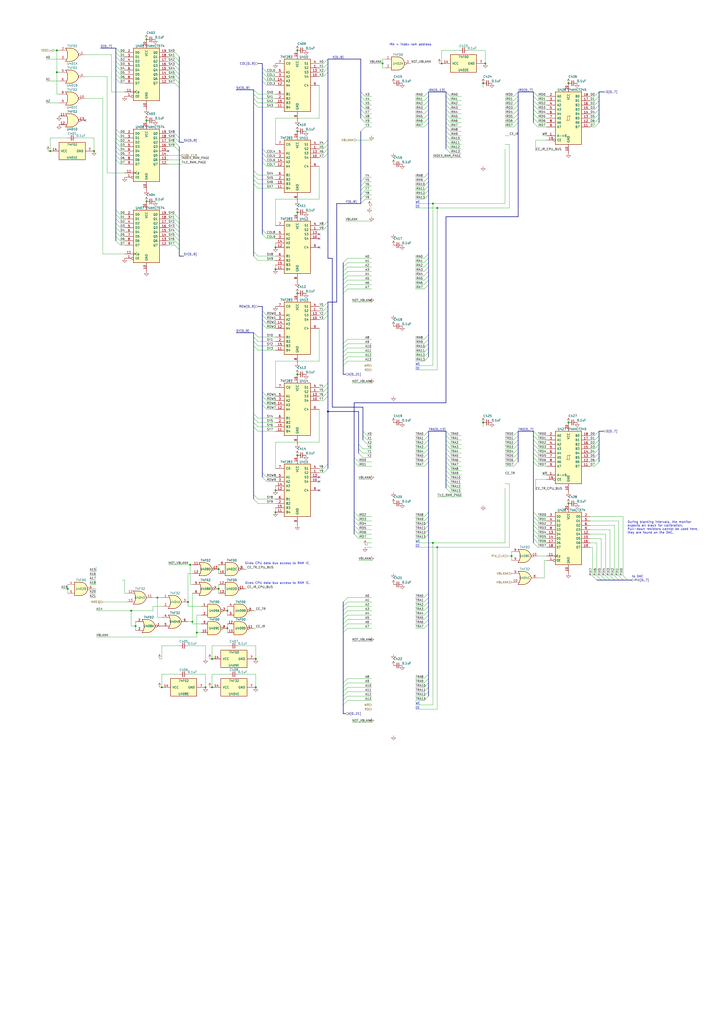
<source format=kicad_sch>
(kicad_sch (version 20211123) (generator eeschema)
  (paper "A2" portrait)
  (junction (at 222.25 36.83))
  (junction (at 54.61 87.63))
  (junction (at 160.02 156.21))
  (junction (at 111.76 360.68))
  (junction (at 251.46 118.11))
  (junction (at 110.49 327.66))
  (junction (at 148.59 382.27))
  (junction (at 190.5 238.76))
  (junction (at 172.72 123.19))
  (junction (at 76.2 354.33))
  (junction (at 33.02 41.91))
  (junction (at 160.02 297.18))
  (junction (at 127 330.2))
  (junction (at 330.2 245.11))
  (junction (at 148.59 398.78))
  (junction (at 172.72 170.18))
  (junction (at 109.22 349.25))
  (junction (at 132.08 364.49))
  (junction (at 93.98 398.78))
  (junction (at 254 317.5))
  (junction (at 85.09 22.86))
  (junction (at 85.09 69.85))
  (junction (at 256.54 36.83))
  (junction (at 297.18 322.58))
  (junction (at 160.02 143.51))
  (junction (at 119.38 398.78))
  (junction (at 123.19 398.78))
  (junction (at 33.02 29.21))
  (junction (at 114.3 367.03))
  (junction (at 29.21 87.63))
  (junction (at 85.09 116.84))
  (junction (at 123.19 382.27))
  (junction (at 160.02 284.48))
  (junction (at 39.37 341.63))
  (junction (at 281.94 36.83))
  (junction (at 280.67 245.11))
  (junction (at 280.67 48.26))
  (junction (at 330.2 292.1))
  (junction (at 251.46 314.96))
  (junction (at 91.44 346.71))
  (junction (at 172.72 29.21))
  (junction (at 172.72 264.16))
  (junction (at 254 120.65))
  (junction (at 127 341.63))
  (junction (at 330.2 48.26))
  (junction (at 78.74 363.22))
  (junction (at 132.08 354.33))
  (junction (at 172.72 76.2))
  (junction (at 172.72 217.17))
  (no_connect (at 185.42 138.43))
  (no_connect (at 185.42 143.51))
  (no_connect (at 49.53 69.85))
  (no_connect (at 185.42 284.48))
  (no_connect (at 185.42 135.89))
  (no_connect (at 185.42 276.86))
  (no_connect (at 185.42 279.4))
  (no_connect (at 97.79 87.63))
  (bus_entry (at 345.44 252.73) (size 2.54 -2.54))
  (bus_entry (at 199.39 398.78) (size 2.54 -2.54))
  (bus_entry (at 259.08 63.5) (size 2.54 2.54))
  (bus_entry (at 246.38 267.97) (size 2.54 -2.54))
  (bus_entry (at 101.6 43.18) (size 2.54 2.54))
  (bus_entry (at 298.45 58.42) (size 2.54 -2.54))
  (bus_entry (at 246.38 60.96) (size 2.54 -2.54))
  (bus_entry (at 259.08 81.28) (size 2.54 2.54))
  (bus_entry (at 67.31 82.55) (size 2.54 2.54))
  (bus_entry (at 298.45 60.96) (size 2.54 -2.54))
  (bus_entry (at 152.4 44.45) (size 2.54 2.54))
  (bus_entry (at 259.08 252.73) (size 2.54 2.54))
  (bus_entry (at 152.4 86.36) (size 2.54 2.54))
  (bus_entry (at 67.31 127) (size 2.54 2.54))
  (bus_entry (at 147.32 287.02) (size 2.54 2.54))
  (bus_entry (at 246.38 105.41) (size 2.54 -2.54))
  (bus_entry (at 298.45 55.88) (size 2.54 -2.54))
  (bus_entry (at 101.6 35.56) (size 2.54 2.54))
  (bus_entry (at 246.38 396.24) (size 2.54 -2.54))
  (bus_entry (at 345.44 71.12) (size 2.54 -2.54))
  (bus_entry (at 199.39 356.87) (size 2.54 -2.54))
  (bus_entry (at 152.4 39.37) (size 2.54 2.54))
  (bus_entry (at 152.4 93.98) (size 2.54 2.54))
  (bus_entry (at 210.82 252.73) (size 2.54 2.54))
  (bus_entry (at 259.08 273.05) (size 2.54 2.54))
  (bus_entry (at 152.4 46.99) (size 2.54 2.54))
  (bus_entry (at 152.4 133.35) (size 2.54 2.54))
  (bus_entry (at 152.4 91.44) (size 2.54 2.54))
  (bus_entry (at 208.28 257.81) (size 2.54 2.54))
  (bus_entry (at 199.39 351.79) (size 2.54 -2.54))
  (bus_entry (at 356.87 336.55) (size -2.54 -2.54))
  (bus_entry (at 187.96 39.37) (size 2.54 -2.54))
  (bus_entry (at 351.79 336.55) (size -2.54 -2.54))
  (bus_entry (at 199.39 152.4) (size 2.54 -2.54))
  (bus_entry (at 209.55 115.57) (size 2.54 -2.54))
  (bus_entry (at 246.38 102.87) (size 2.54 -2.54))
  (bus_entry (at 199.39 204.47) (size 2.54 -2.54))
  (bus_entry (at 67.31 77.47) (size 2.54 2.54))
  (bus_entry (at 298.45 63.5) (size 2.54 -2.54))
  (bus_entry (at 67.31 43.18) (size 2.54 2.54))
  (bus_entry (at 345.44 66.04) (size 2.54 -2.54))
  (bus_entry (at 187.96 274.32) (size 2.54 -2.54))
  (bus_entry (at 101.6 85.09) (size 2.54 2.54))
  (bus_entry (at 209.55 118.11) (size 2.54 -2.54))
  (bus_entry (at 147.32 146.05) (size 2.54 2.54))
  (bus_entry (at 205.74 299.72) (size 2.54 2.54))
  (bus_entry (at 259.08 58.42) (size 2.54 2.54))
  (bus_entry (at 346.71 336.55) (size -2.54 -2.54))
  (bus_entry (at 205.74 304.8) (size 2.54 2.54))
  (bus_entry (at 152.4 185.42) (size 2.54 2.54))
  (bus_entry (at 246.38 63.5) (size 2.54 -2.54))
  (bus_entry (at 246.38 401.32) (size 2.54 -2.54))
  (bus_entry (at 246.38 403.86) (size 2.54 -2.54))
  (bus_entry (at 246.38 160.02) (size 2.54 -2.54))
  (bus_entry (at 147.32 198.12) (size 2.54 2.54))
  (bus_entry (at 199.39 199.39) (size 2.54 -2.54))
  (bus_entry (at 246.38 361.95) (size 2.54 -2.54))
  (bus_entry (at 205.74 267.97) (size 2.54 2.54))
  (bus_entry (at 246.38 209.55) (size 2.54 -2.54))
  (bus_entry (at 246.38 149.86) (size 2.54 -2.54))
  (bus_entry (at 246.38 304.8) (size 2.54 -2.54))
  (bus_entry (at 259.08 73.66) (size 2.54 2.54))
  (bus_entry (at 309.88 309.88) (size 2.54 2.54))
  (bus_entry (at 147.32 195.58) (size 2.54 2.54))
  (bus_entry (at 246.38 255.27) (size 2.54 -2.54))
  (bus_entry (at 345.44 267.97) (size 2.54 -2.54))
  (bus_entry (at 345.44 265.43) (size 2.54 -2.54))
  (bus_entry (at 246.38 55.88) (size 2.54 -2.54))
  (bus_entry (at 187.96 41.91) (size 2.54 -2.54))
  (bus_entry (at 246.38 113.03) (size 2.54 -2.54))
  (bus_entry (at 208.28 260.35) (size 2.54 2.54))
  (bus_entry (at 205.74 309.88) (size 2.54 2.54))
  (bus_entry (at 101.6 30.48) (size 2.54 2.54))
  (bus_entry (at 246.38 359.41) (size 2.54 -2.54))
  (bus_entry (at 309.88 265.43) (size 2.54 2.54))
  (bus_entry (at 147.32 59.69) (size 2.54 2.54))
  (bus_entry (at 67.31 121.92) (size 2.54 2.54))
  (bus_entry (at 345.44 60.96) (size 2.54 -2.54))
  (bus_entry (at 152.4 187.96) (size 2.54 2.54))
  (bus_entry (at 298.45 270.51) (size 2.54 -2.54))
  (bus_entry (at 199.39 349.25) (size 2.54 -2.54))
  (bus_entry (at 209.55 58.42) (size 2.54 2.54))
  (bus_entry (at 209.55 53.34) (size 2.54 2.54))
  (bus_entry (at 187.96 224.79) (size 2.54 -2.54))
  (bus_entry (at 147.32 240.03) (size 2.54 2.54))
  (bus_entry (at 309.88 314.96) (size 2.54 2.54))
  (bus_entry (at 67.31 85.09) (size 2.54 2.54))
  (bus_entry (at 101.6 139.7) (size 2.54 2.54))
  (bus_entry (at 101.6 134.62) (size 2.54 2.54))
  (bus_entry (at 209.55 55.88) (size 2.54 2.54))
  (bus_entry (at 246.38 207.01) (size 2.54 -2.54))
  (bus_entry (at 199.39 160.02) (size 2.54 -2.54))
  (bus_entry (at 187.96 182.88) (size 2.54 -2.54))
  (bus_entry (at 67.31 38.1) (size 2.54 2.54))
  (bus_entry (at 309.88 299.72) (size 2.54 2.54))
  (bus_entry (at 67.31 90.17) (size 2.54 2.54))
  (bus_entry (at 259.08 68.58) (size 2.54 2.54))
  (bus_entry (at 101.6 127) (size 2.54 2.54))
  (bus_entry (at 209.55 68.58) (size 2.54 2.54))
  (bus_entry (at 209.55 63.5) (size 2.54 2.54))
  (bus_entry (at 345.44 260.35) (size 2.54 -2.54))
  (bus_entry (at 147.32 99.06) (size 2.54 2.54))
  (bus_entry (at 152.4 41.91) (size 2.54 2.54))
  (bus_entry (at 309.88 63.5) (size 2.54 2.54))
  (bus_entry (at 246.38 165.1) (size 2.54 -2.54))
  (bus_entry (at 187.96 177.8) (size 2.54 -2.54))
  (bus_entry (at 246.38 58.42) (size 2.54 -2.54))
  (bus_entry (at 246.38 307.34) (size 2.54 -2.54))
  (bus_entry (at 246.38 260.35) (size 2.54 -2.54))
  (bus_entry (at 345.44 262.89) (size 2.54 -2.54))
  (bus_entry (at 67.31 30.48) (size 2.54 2.54))
  (bus_entry (at 147.32 200.66) (size 2.54 2.54))
  (bus_entry (at 67.31 35.56) (size 2.54 2.54))
  (bus_entry (at 309.88 302.26) (size 2.54 2.54))
  (bus_entry (at 259.08 265.43) (size 2.54 2.54))
  (bus_entry (at 101.6 132.08) (size 2.54 2.54))
  (bus_entry (at 101.6 129.54) (size 2.54 2.54))
  (bus_entry (at 209.55 110.49) (size 2.54 -2.54))
  (bus_entry (at 101.6 48.26) (size 2.54 2.54))
  (bus_entry (at 187.96 130.81) (size 2.54 -2.54))
  (bus_entry (at 364.49 336.55) (size -2.54 -2.54))
  (bus_entry (at 152.4 135.89) (size 2.54 2.54))
  (bus_entry (at 298.45 252.73) (size 2.54 -2.54))
  (bus_entry (at 246.38 406.4) (size 2.54 -2.54))
  (bus_entry (at 152.4 227.33) (size 2.54 2.54))
  (bus_entry (at 309.88 267.97) (size 2.54 2.54))
  (bus_entry (at 309.88 297.18) (size 2.54 2.54))
  (bus_entry (at 246.38 346.71) (size 2.54 -2.54))
  (bus_entry (at 187.96 91.44) (size 2.54 -2.54))
  (bus_entry (at 67.31 134.62) (size 2.54 2.54))
  (bus_entry (at 259.08 283.21) (size 2.54 2.54))
  (bus_entry (at 187.96 185.42) (size 2.54 -2.54))
  (bus_entry (at 199.39 364.49) (size 2.54 -2.54))
  (bus_entry (at 309.88 312.42) (size 2.54 2.54))
  (bus_entry (at 345.44 73.66) (size 2.54 -2.54))
  (bus_entry (at 246.38 356.87) (size 2.54 -2.54))
  (bus_entry (at 152.4 276.86) (size 2.54 2.54))
  (bus_entry (at 187.96 44.45) (size 2.54 -2.54))
  (bus_entry (at 246.38 252.73) (size 2.54 -2.54))
  (bus_entry (at 298.45 262.89) (size 2.54 -2.54))
  (bus_entry (at 209.55 105.41) (size 2.54 -2.54))
  (bus_entry (at 67.31 45.72) (size 2.54 2.54))
  (bus_entry (at 345.44 257.81) (size 2.54 -2.54))
  (bus_entry (at 209.55 66.04) (size 2.54 2.54))
  (bus_entry (at 298.45 267.97) (size 2.54 -2.54))
  (bus_entry (at 246.38 349.25) (size 2.54 -2.54))
  (bus_entry (at 209.55 107.95) (size 2.54 -2.54))
  (bus_entry (at 67.31 40.64) (size 2.54 2.54))
  (bus_entry (at 309.88 66.04) (size 2.54 2.54))
  (bus_entry (at 246.38 262.89) (size 2.54 -2.54))
  (bus_entry (at 246.38 351.79) (size 2.54 -2.54))
  (bus_entry (at 259.08 78.74) (size 2.54 2.54))
  (bus_entry (at 246.38 157.48) (size 2.54 -2.54))
  (bus_entry (at 147.32 193.04) (size 2.54 2.54))
  (bus_entry (at 209.55 60.96) (size 2.54 2.54))
  (bus_entry (at 309.88 58.42) (size 2.54 2.54))
  (bus_entry (at 205.74 297.18) (size 2.54 2.54))
  (bus_entry (at 199.39 396.24) (size 2.54 -2.54))
  (bus_entry (at 246.38 167.64) (size 2.54 -2.54))
  (bus_entry (at 298.45 257.81) (size 2.54 -2.54))
  (bus_entry (at 152.4 180.34) (size 2.54 2.54))
  (bus_entry (at 246.38 257.81) (size 2.54 -2.54))
  (bus_entry (at 147.32 245.11) (size 2.54 2.54))
  (bus_entry (at 309.88 307.34) (size 2.54 2.54))
  (bus_entry (at 246.38 265.43) (size 2.54 -2.54))
  (bus_entry (at 259.08 83.82) (size 2.54 2.54))
  (bus_entry (at 205.74 302.26) (size 2.54 2.54))
  (bus_entry (at 259.08 267.97) (size 2.54 2.54))
  (bus_entry (at 199.39 401.32) (size 2.54 -2.54))
  (bus_entry (at 199.39 170.18) (size 2.54 -2.54))
  (bus_entry (at 309.88 304.8) (size 2.54 2.54))
  (bus_entry (at 101.6 45.72) (size 2.54 2.54))
  (bus_entry (at 199.39 408.94) (size 2.54 -2.54))
  (bus_entry (at 187.96 83.82) (size 2.54 -2.54))
  (bus_entry (at 147.32 54.61) (size 2.54 2.54))
  (bus_entry (at 298.45 66.04) (size 2.54 -2.54))
  (bus_entry (at 259.08 260.35) (size 2.54 2.54))
  (bus_entry (at 147.32 247.65) (size 2.54 2.54))
  (bus_entry (at 199.39 207.01) (size 2.54 -2.54))
  (bus_entry (at 67.31 137.16) (size 2.54 2.54))
  (bus_entry (at 309.88 255.27) (size 2.54 2.54))
  (bus_entry (at 259.08 86.36) (size 2.54 2.54))
  (bus_entry (at 246.38 299.72) (size 2.54 -2.54))
  (bus_entry (at 147.32 148.59) (size 2.54 2.54))
  (bus_entry (at 246.38 110.49) (size 2.54 -2.54))
  (bus_entry (at 187.96 180.34) (size 2.54 -2.54))
  (bus_entry (at 152.4 232.41) (size 2.54 2.54))
  (bus_entry (at 309.88 71.12) (size 2.54 2.54))
  (bus_entry (at 259.08 270.51) (size 2.54 2.54))
  (bus_entry (at 187.96 227.33) (size 2.54 -2.54))
  (bus_entry (at 199.39 201.93) (size 2.54 -2.54))
  (bus_entry (at 67.31 139.7) (size 2.54 2.54))
  (bus_entry (at 298.45 265.43) (size 2.54 -2.54))
  (bus_entry (at 259.08 278.13) (size 2.54 2.54))
  (bus_entry (at 246.38 66.04) (size 2.54 -2.54))
  (bus_entry (at 67.31 87.63) (size 2.54 2.54))
  (bus_entry (at 298.45 260.35) (size 2.54 -2.54))
  (bus_entry (at 199.39 157.48) (size 2.54 -2.54))
  (bus_entry (at 101.6 80.01) (size 2.54 2.54))
  (bus_entry (at 209.55 76.2) (size 2.54 -2.54))
  (bus_entry (at 199.39 212.09) (size 2.54 -2.54))
  (bus_entry (at 101.6 40.64) (size 2.54 2.54))
  (bus_entry (at 345.44 55.88) (size 2.54 -2.54))
  (bus_entry (at 259.08 255.27) (size 2.54 2.54))
  (bus_entry (at 246.38 270.51) (size 2.54 -2.54))
  (bus_entry (at 147.32 289.56) (size 2.54 2.54))
  (bus_entry (at 259.08 71.12) (size 2.54 2.54))
  (bus_entry (at 309.88 262.89) (size 2.54 2.54))
  (bus_entry (at 309.88 252.73) (size 2.54 2.54))
  (bus_entry (at 259.08 257.81) (size 2.54 2.54))
  (bus_entry (at 246.38 201.93) (size 2.54 -2.54))
  (bus_entry (at 209.55 113.03) (size 2.54 -2.54))
  (bus_entry (at 199.39 209.55) (size 2.54 -2.54))
  (bus_entry (at 205.74 307.34) (size 2.54 2.54))
  (bus_entry (at 345.44 255.27) (size 2.54 -2.54))
  (bus_entry (at 187.96 133.35) (size 2.54 -2.54))
  (bus_entry (at 101.6 33.02) (size 2.54 2.54))
  (bus_entry (at 246.38 302.26) (size 2.54 -2.54))
  (bus_entry (at 147.32 106.68) (size 2.54 2.54))
  (bus_entry (at 259.08 262.89) (size 2.54 2.54))
  (bus_entry (at 259.08 275.59) (size 2.54 2.54))
  (bus_entry (at 259.08 76.2) (size 2.54 2.54))
  (bus_entry (at 147.32 52.07) (size 2.54 2.54))
  (bus_entry (at 187.96 229.87) (size 2.54 -2.54))
  (bus_entry (at 147.32 101.6) (size 2.54 2.54))
  (bus_entry (at 246.38 152.4) (size 2.54 -2.54))
  (bus_entry (at 356.87 334.01) (size 2.54 2.54))
  (bus_entry (at 246.38 364.49) (size 2.54 -2.54))
  (bus_entry (at 101.6 124.46) (size 2.54 2.54))
  (bus_entry (at 298.45 73.66) (size 2.54 -2.54))
  (bus_entry (at 309.88 55.88) (size 2.54 2.54))
  (bus_entry (at 101.6 142.24) (size 2.54 2.54))
  (bus_entry (at 101.6 137.16) (size 2.54 2.54))
  (bus_entry (at 199.39 403.86) (size 2.54 -2.54))
  (bus_entry (at 199.39 354.33) (size 2.54 -2.54))
  (bus_entry (at 210.82 255.27) (size 2.54 2.54))
  (bus_entry (at 246.38 71.12) (size 2.54 -2.54))
  (bus_entry (at 101.6 38.1) (size 2.54 2.54))
  (bus_entry (at 205.74 265.43) (size 2.54 2.54))
  (bus_entry (at 259.08 55.88) (size 2.54 2.54))
  (bus_entry (at 199.39 367.03) (size 2.54 -2.54))
  (bus_entry (at 199.39 165.1) (size 2.54 -2.54))
  (bus_entry (at 246.38 162.56) (size 2.54 -2.54))
  (bus_entry (at 67.31 124.46) (size 2.54 2.54))
  (bus_entry (at 246.38 107.95) (size 2.54 -2.54))
  (bus_entry (at 309.88 257.81) (size 2.54 2.54))
  (bus_entry (at 354.33 336.55) (size -2.54 -2.54))
  (bus_entry (at 199.39 167.64) (size 2.54 -2.54))
  (bus_entry (at 187.96 271.78) (size 2.54 -2.54))
  (bus_entry (at 147.32 242.57) (size 2.54 2.54))
  (bus_entry (at 147.32 104.14) (size 2.54 2.54))
  (bus_entry (at 152.4 234.95) (size 2.54 2.54))
  (bus_entry (at 152.4 88.9) (size 2.54 2.54))
  (bus_entry (at 259.08 60.96) (size 2.54 2.54))
  (bus_entry (at 298.45 255.27) (size 2.54 -2.54))
  (bus_entry (at 361.95 336.55) (size -2.54 -2.54))
  (bus_entry (at 187.96 88.9) (size 2.54 -2.54))
  (bus_entry (at 246.38 196.85) (size 2.54 -2.54))
  (bus_entry (at 67.31 27.94) (size 2.54 2.54))
  (bus_entry (at 298.45 71.12) (size 2.54 -2.54))
  (bus_entry (at 259.08 250.19) (size 2.54 2.54))
  (bus_entry (at 259.08 280.67) (size 2.54 2.54))
  (bus_entry (at 199.39 154.94) (size 2.54 -2.54))
  (bus_entry (at 67.31 92.71) (size 2.54 2.54))
  (bus_entry (at 246.38 393.7) (size 2.54 -2.54))
  (bus_entry (at 345.44 68.58) (size 2.54 -2.54))
  (bus_entry (at 199.39 406.4) (size 2.54 -2.54))
  (bus_entry (at 345.44 63.5) (size 2.54 -2.54))
  (bus_entry (at 246.38 73.66) (size 2.54 -2.54))
  (bus_entry (at 67.31 74.93) (size 2.54 2.54))
  (bus_entry (at 259.08 53.34) (size 2.54 2.54))
  (bus_entry (at 187.96 86.36) (size 2.54 -2.54))
  (bus_entry (at 208.28 262.89) (size 2.54 2.54))
  (bus_entry (at 67.31 132.08) (size 2.54 2.54))
  (bus_entry (at 246.38 154.94) (size 2.54 -2.54))
  (bus_entry (at 345.44 270.51) (size 2.54 -2.54))
  (bus_entry (at 259.08 66.04) (size 2.54 2.54))
  (bus_entry (at 67.31 129.54) (size 2.54 2.54))
  (bus_entry (at 147.32 57.15) (size 2.54 2.54))
  (bus_entry (at 67.31 80.01) (size 2.54 2.54))
  (bus_entry (at 309.88 60.96) (size 2.54 2.54))
  (bus_entry (at 246.38 204.47) (size 2.54 -2.54))
  (bus_entry (at 309.88 250.19) (size 2.54 2.54))
  (bus_entry (at 187.96 232.41) (size 2.54 -2.54))
  (bus_entry (at 246.38 312.42) (size 2.54 -2.54))
  (bus_entry (at 101.6 82.55) (size 2.54 2.54))
  (bus_entry (at 101.6 77.47) (size 2.54 2.54))
  (bus_entry (at 246.38 398.78) (size 2.54 -2.54))
  (bus_entry (at 152.4 274.32) (size 2.54 2.54))
  (bus_entry (at 199.39 361.95) (size 2.54 -2.54))
  (bus_entry (at 298.45 68.58) (size 2.54 -2.54))
  (bus_entry (at 67.31 33.02) (size 2.54 2.54))
  (bus_entry (at 309.88 68.58) (size 2.54 2.54))
  (bus_entry (at 309.88 53.34) (size 2.54 2.54))
  (bus_entry (at 210.82 250.19) (size 2.54 2.54))
  (bus_entry (at 199.39 162.56) (size 2.54 -2.54))
  (bus_entry (at 246.38 309.88) (size 2.54 -2.54))
  (bus_entry (at 246.38 199.39) (size 2.54 -2.54))
  (bus_entry (at 246.38 68.58) (size 2.54 -2.54))
  (bus_entry (at 187.96 36.83) (size 2.54 -2.54))
  (bus_entry (at 152.4 182.88) (size 2.54 2.54))
  (bus_entry (at 199.39 359.41) (size 2.54 -2.54))
  (bus_entry (at 246.38 115.57) (size 2.54 -2.54))
  (bus_entry (at 246.38 354.33) (size 2.54 -2.54))
  (bus_entry (at 349.25 336.55) (size -2.54 -2.54))
  (bus_entry (at 152.4 229.87) (size 2.54 2.54))
  (bus_entry (at 345.44 58.42) (size 2.54 -2.54))
  (bus_entry (at 309.88 260.35) (size 2.54 2.54))
  (wire (pts (xy 29.21 80.01) (xy 29.21 87.63)))
  (bus (pts (xy 259.08 66.04) (xy 259.08 68.58)))
  (wire (pts (xy 88.9 354.33) (xy 76.2 354.33)))
  (wire (pts (xy 241.3 307.34) (xy 246.38 307.34)))
  (wire (pts (xy 101.6 43.18) (xy 97.79 43.18)))
  (wire (pts (xy 78.74 363.22) (xy 76.2 363.22)))
  (wire (pts (xy 123.19 391.16) (xy 123.19 398.78)))
  (bus (pts (xy 190.5 180.34) (xy 190.5 182.88)))
  (bus (pts (xy 248.92 102.87) (xy 248.92 105.41)))
  (wire (pts (xy 293.37 66.04) (xy 298.45 66.04)))
  (bus (pts (xy 248.92 255.27) (xy 248.92 257.81)))
  (bus (pts (xy 309.88 309.88) (xy 309.88 312.42)))
  (wire (pts (xy 109.22 351.79) (xy 116.84 351.79)))
  (wire (pts (xy 200.66 128.27) (xy 215.9 128.27)))
  (wire (pts (xy 154.94 182.88) (xy 160.02 182.88)))
  (wire (pts (xy 101.6 132.08) (xy 97.79 132.08)))
  (wire (pts (xy 160.02 245.11) (xy 149.86 245.11)))
  (wire (pts (xy 261.62 273.05) (xy 267.97 273.05)))
  (wire (pts (xy 293.37 257.81) (xy 298.45 257.81)))
  (bus (pts (xy 205.74 304.8) (xy 205.74 307.34)))
  (bus (pts (xy 104.14 134.62) (xy 104.14 137.16)))
  (bus (pts (xy 199.39 406.4) (xy 199.39 408.94)))
  (wire (pts (xy 148.59 374.65) (xy 148.59 382.27)))
  (wire (pts (xy 271.78 29.21) (xy 281.94 29.21)))
  (bus (pts (xy 152.4 229.87) (xy 152.4 232.41)))
  (bus (pts (xy 209.55 55.88) (xy 209.55 58.42)))
  (bus (pts (xy 259.08 63.5) (xy 259.08 66.04)))
  (bus (pts (xy 210.82 252.73) (xy 210.82 255.27)))
  (wire (pts (xy 154.94 279.4) (xy 160.02 279.4)))
  (wire (pts (xy 114.3 369.57) (xy 55.88 369.57)))
  (wire (pts (xy 97.79 92.71) (xy 105.41 92.71)))
  (wire (pts (xy 154.94 276.86) (xy 160.02 276.86)))
  (bus (pts (xy 259.08 270.51) (xy 259.08 273.05)))
  (bus (pts (xy 248.92 401.32) (xy 248.92 403.86)))
  (bus (pts (xy 248.92 361.95) (xy 248.92 391.16)))
  (wire (pts (xy 160.02 198.12) (xy 149.86 198.12)))
  (bus (pts (xy 259.08 262.89) (xy 259.08 265.43)))
  (wire (pts (xy 311.15 81.28) (xy 317.5 81.28)))
  (wire (pts (xy 293.37 265.43) (xy 298.45 265.43)))
  (wire (pts (xy 342.9 299.72) (xy 361.95 299.72)))
  (wire (pts (xy 185.42 182.88) (xy 187.96 182.88)))
  (wire (pts (xy 342.9 309.88) (xy 351.79 309.88)))
  (wire (pts (xy 312.42 267.97) (xy 317.5 267.97)))
  (bus (pts (xy 309.88 60.96) (xy 309.88 63.5)))
  (wire (pts (xy 185.42 115.57) (xy 160.02 115.57)))
  (wire (pts (xy 52.07 344.17) (xy 55.88 344.17)))
  (wire (pts (xy 69.85 132.08) (xy 72.39 132.08)))
  (wire (pts (xy 26.67 59.69) (xy 34.29 59.69)))
  (wire (pts (xy 345.44 270.51) (xy 342.9 270.51)))
  (bus (pts (xy 259.08 265.43) (xy 259.08 267.97)))
  (wire (pts (xy 119.38 374.65) (xy 119.38 382.27)))
  (bus (pts (xy 67.31 30.48) (xy 67.31 33.02)))
  (wire (pts (xy 312.42 304.8) (xy 317.5 304.8)))
  (wire (pts (xy 261.62 270.51) (xy 267.97 270.51)))
  (wire (pts (xy 212.09 63.5) (xy 215.9 63.5)))
  (bus (pts (xy 67.31 45.72) (xy 67.31 74.93)))
  (wire (pts (xy 293.37 270.51) (xy 298.45 270.51)))
  (bus (pts (xy 347.98 55.88) (xy 347.98 58.42)))
  (wire (pts (xy 127 344.17) (xy 127 341.63)))
  (wire (pts (xy 160.02 109.22) (xy 149.86 109.22)))
  (bus (pts (xy 104.14 43.18) (xy 104.14 45.72)))
  (wire (pts (xy 88.9 351.79) (xy 88.9 354.33)))
  (wire (pts (xy 261.62 267.97) (xy 267.97 267.97)))
  (bus (pts (xy 300.99 58.42) (xy 300.99 60.96)))
  (wire (pts (xy 241.3 262.89) (xy 246.38 262.89)))
  (wire (pts (xy 210.82 260.35) (xy 215.9 260.35)))
  (bus (pts (xy 199.39 217.17) (xy 200.66 217.17)))
  (wire (pts (xy 185.42 232.41) (xy 187.96 232.41)))
  (bus (pts (xy 248.92 196.85) (xy 248.92 199.39)))
  (wire (pts (xy 246.38 160.02) (xy 241.3 160.02)))
  (wire (pts (xy 345.44 257.81) (xy 342.9 257.81)))
  (wire (pts (xy 246.38 66.04) (xy 241.3 66.04)))
  (wire (pts (xy 215.9 120.65) (xy 214.63 120.65)))
  (bus (pts (xy 67.31 35.56) (xy 67.31 38.1)))
  (wire (pts (xy 39.37 339.09) (xy 39.37 341.63)))
  (wire (pts (xy 293.37 262.89) (xy 298.45 262.89)))
  (wire (pts (xy 241.3 361.95) (xy 246.38 361.95)))
  (wire (pts (xy 314.96 275.59) (xy 317.5 275.59)))
  (wire (pts (xy 342.9 317.5) (xy 344.17 317.5)))
  (bus (pts (xy 248.92 199.39) (xy 248.92 201.93)))
  (wire (pts (xy 97.79 90.17) (xy 105.41 90.17)))
  (bus (pts (xy 152.4 88.9) (xy 152.4 91.44)))
  (bus (pts (xy 152.4 185.42) (xy 152.4 187.96)))
  (wire (pts (xy 212.09 66.04) (xy 215.9 66.04)))
  (wire (pts (xy 52.07 334.01) (xy 55.88 334.01)))
  (wire (pts (xy 342.9 302.26) (xy 359.41 302.26)))
  (wire (pts (xy 92.71 382.27) (xy 93.98 382.27)))
  (bus (pts (xy 147.32 52.07) (xy 147.32 54.61)))
  (wire (pts (xy 311.15 278.13) (xy 317.5 278.13)))
  (wire (pts (xy 241.3 408.94) (xy 251.46 408.94)))
  (bus (pts (xy 199.39 414.02) (xy 200.66 414.02)))
  (bus (pts (xy 199.39 408.94) (xy 199.39 414.02)))
  (wire (pts (xy 208.28 309.88) (xy 215.9 309.88)))
  (bus (pts (xy 104.14 50.8) (xy 104.14 80.01)))
  (wire (pts (xy 54.61 341.63) (xy 55.88 341.63)))
  (wire (pts (xy 212.09 115.57) (xy 215.9 115.57)))
  (bus (pts (xy 248.92 110.49) (xy 248.92 113.03)))
  (bus (pts (xy 147.32 240.03) (xy 147.32 242.57)))
  (wire (pts (xy 59.69 147.32) (xy 72.39 147.32)))
  (wire (pts (xy 246.38 110.49) (xy 241.3 110.49)))
  (bus (pts (xy 209.55 34.29) (xy 209.55 53.34)))
  (wire (pts (xy 246.38 157.48) (xy 241.3 157.48)))
  (wire (pts (xy 69.85 139.7) (xy 72.39 139.7)))
  (bus (pts (xy 104.14 139.7) (xy 104.14 142.24)))
  (bus (pts (xy 248.92 157.48) (xy 248.92 160.02)))
  (wire (pts (xy 312.42 265.43) (xy 317.5 265.43)))
  (wire (pts (xy 201.93 354.33) (xy 215.9 354.33)))
  (wire (pts (xy 154.94 138.43) (xy 160.02 138.43)))
  (bus (pts (xy 259.08 76.2) (xy 259.08 78.74)))
  (wire (pts (xy 185.42 180.34) (xy 187.96 180.34)))
  (wire (pts (xy 356.87 304.8) (xy 356.87 334.01)))
  (bus (pts (xy 248.92 309.88) (xy 248.92 344.17)))
  (bus (pts (xy 190.5 81.28) (xy 190.5 83.82)))
  (wire (pts (xy 119.38 391.16) (xy 119.38 398.78)))
  (wire (pts (xy 201.93 209.55) (xy 215.9 209.55)))
  (wire (pts (xy 241.3 270.51) (xy 246.38 270.51)))
  (wire (pts (xy 241.3 398.78) (xy 246.38 398.78)))
  (bus (pts (xy 300.99 265.43) (xy 300.99 267.97)))
  (bus (pts (xy 347.98 66.04) (xy 347.98 68.58)))
  (bus (pts (xy 309.88 255.27) (xy 309.88 257.81)))
  (bus (pts (xy 248.92 356.87) (xy 248.92 359.41)))
  (wire (pts (xy 109.22 391.16) (xy 119.38 391.16)))
  (wire (pts (xy 261.62 255.27) (xy 267.97 255.27)))
  (bus (pts (xy 152.4 232.41) (xy 152.4 234.95)))
  (wire (pts (xy 127 341.63) (xy 127 339.09)))
  (wire (pts (xy 201.93 396.24) (xy 215.9 396.24)))
  (wire (pts (xy 109.22 349.25) (xy 109.22 351.79)))
  (bus (pts (xy 309.88 299.72) (xy 309.88 302.26)))
  (wire (pts (xy 69.85 142.24) (xy 72.39 142.24)))
  (bus (pts (xy 248.92 60.96) (xy 248.92 63.5)))
  (bus (pts (xy 300.99 250.19) (xy 300.99 252.73)))
  (wire (pts (xy 160.02 104.14) (xy 149.86 104.14)))
  (bus (pts (xy 209.55 58.42) (xy 209.55 60.96)))
  (bus (pts (xy 199.39 160.02) (xy 199.39 162.56)))
  (wire (pts (xy 246.38 115.57) (xy 241.3 115.57)))
  (wire (pts (xy 111.76 360.68) (xy 109.22 360.68)))
  (bus (pts (xy 354.33 336.55) (xy 356.87 336.55)))
  (wire (pts (xy 295.91 280.67) (xy 293.37 280.67)))
  (wire (pts (xy 312.42 270.51) (xy 317.5 270.51)))
  (bus (pts (xy 209.55 107.95) (xy 209.55 110.49)))
  (wire (pts (xy 138.43 374.65) (xy 148.59 374.65)))
  (bus (pts (xy 351.79 336.55) (xy 354.33 336.55)))
  (bus (pts (xy 259.08 81.28) (xy 259.08 83.82)))
  (wire (pts (xy 93.98 346.71) (xy 91.44 346.71)))
  (bus (pts (xy 104.14 40.64) (xy 104.14 43.18)))
  (bus (pts (xy 209.55 105.41) (xy 209.55 107.95)))
  (wire (pts (xy 104.14 391.16) (xy 93.98 391.16)))
  (wire (pts (xy 215.9 255.27) (xy 213.36 255.27)))
  (bus (pts (xy 248.92 201.93) (xy 248.92 204.47)))
  (wire (pts (xy 246.38 107.95) (xy 241.3 107.95)))
  (wire (pts (xy 201.93 152.4) (xy 215.9 152.4)))
  (wire (pts (xy 160.02 209.55) (xy 185.42 209.55)))
  (bus (pts (xy 208.28 260.35) (xy 208.28 262.89)))
  (bus (pts (xy 104.14 48.26) (xy 104.14 50.8)))
  (bus (pts (xy 190.5 130.81) (xy 190.5 149.86)))
  (wire (pts (xy 160.02 115.57) (xy 160.02 130.81)))
  (wire (pts (xy 241.3 257.81) (xy 246.38 257.81)))
  (wire (pts (xy 73.66 344.17) (xy 72.39 344.17)))
  (wire (pts (xy 246.38 165.1) (xy 241.3 165.1)))
  (wire (pts (xy 241.3 351.79) (xy 246.38 351.79)))
  (wire (pts (xy 222.25 36.83) (xy 222.25 39.37)))
  (wire (pts (xy 201.93 349.25) (xy 215.9 349.25)))
  (bus (pts (xy 67.31 129.54) (xy 67.31 132.08)))
  (wire (pts (xy 123.19 374.65) (xy 123.19 382.27)))
  (wire (pts (xy 204.47 175.26) (xy 215.9 175.26)))
  (bus (pts (xy 248.92 265.43) (xy 248.92 267.97)))
  (bus (pts (xy 147.32 198.12) (xy 147.32 200.66)))
  (bus (pts (xy 199.39 367.03) (xy 199.39 396.24)))
  (bus (pts (xy 190.5 238.76) (xy 190.5 269.24)))
  (bus (pts (xy 67.31 90.17) (xy 67.31 92.71)))
  (wire (pts (xy 312.42 314.96) (xy 317.5 314.96)))
  (wire (pts (xy 62.23 100.33) (xy 72.39 100.33)))
  (bus (pts (xy 248.92 297.18) (xy 248.92 299.72)))
  (wire (pts (xy 212.09 110.49) (xy 215.9 110.49)))
  (bus (pts (xy 347.98 63.5) (xy 347.98 66.04)))
  (wire (pts (xy 267.97 81.28) (xy 261.62 81.28)))
  (bus (pts (xy 300.99 55.88) (xy 300.99 58.42)))
  (wire (pts (xy 261.62 260.35) (xy 267.97 260.35)))
  (wire (pts (xy 138.43 391.16) (xy 148.59 391.16)))
  (wire (pts (xy 101.6 45.72) (xy 97.79 45.72)))
  (wire (pts (xy 246.38 105.41) (xy 241.3 105.41)))
  (wire (pts (xy 246.38 60.96) (xy 241.3 60.96)))
  (wire (pts (xy 293.37 118.11) (xy 293.37 86.36)))
  (wire (pts (xy 345.44 63.5) (xy 342.9 63.5)))
  (wire (pts (xy 201.93 398.78) (xy 215.9 398.78)))
  (wire (pts (xy 114.3 367.03) (xy 116.84 367.03)))
  (wire (pts (xy 261.62 257.81) (xy 267.97 257.81)))
  (wire (pts (xy 69.85 82.55) (xy 72.39 82.55)))
  (wire (pts (xy 185.42 133.35) (xy 187.96 133.35)))
  (bus (pts (xy 347.98 58.42) (xy 347.98 60.96)))
  (bus (pts (xy 248.92 160.02) (xy 248.92 162.56)))
  (wire (pts (xy 267.97 63.5) (xy 261.62 63.5)))
  (bus (pts (xy 248.92 147.32) (xy 248.92 149.86)))
  (wire (pts (xy 69.85 134.62) (xy 72.39 134.62)))
  (wire (pts (xy 267.97 68.58) (xy 261.62 68.58)))
  (bus (pts (xy 248.92 113.03) (xy 248.92 147.32)))
  (bus (pts (xy 309.88 58.42) (xy 309.88 60.96)))
  (wire (pts (xy 254 120.65) (xy 241.3 120.65)))
  (wire (pts (xy 33.02 54.61) (xy 34.29 54.61)))
  (wire (pts (xy 351.79 309.88) (xy 351.79 334.01)))
  (wire (pts (xy 109.22 374.65) (xy 119.38 374.65)))
  (wire (pts (xy 207.01 81.28) (xy 215.9 81.28)))
  (wire (pts (xy 345.44 58.42) (xy 342.9 58.42)))
  (bus (pts (xy 104.14 35.56) (xy 104.14 38.1)))
  (wire (pts (xy 255.27 36.83) (xy 256.54 36.83)))
  (wire (pts (xy 251.46 118.11) (xy 293.37 118.11)))
  (wire (pts (xy 212.09 68.58) (xy 215.9 68.58)))
  (wire (pts (xy 160.02 234.95) (xy 154.94 234.95)))
  (wire (pts (xy 349.25 334.01) (xy 349.25 312.42)))
  (bus (pts (xy 259.08 78.74) (xy 259.08 81.28)))
  (wire (pts (xy 160.02 101.6) (xy 149.86 101.6)))
  (wire (pts (xy 241.3 349.25) (xy 246.38 349.25)))
  (wire (pts (xy 111.76 344.17) (xy 111.76 360.68)))
  (wire (pts (xy 93.98 351.79) (xy 88.9 351.79)))
  (bus (pts (xy 248.92 307.34) (xy 248.92 309.88)))
  (wire (pts (xy 101.6 139.7) (xy 97.79 139.7)))
  (wire (pts (xy 121.92 398.78) (xy 123.19 398.78)))
  (wire (pts (xy 52.07 336.55) (xy 55.88 336.55)))
  (bus (pts (xy 190.5 39.37) (xy 190.5 41.91)))
  (wire (pts (xy 261.62 275.59) (xy 267.97 275.59)))
  (wire (pts (xy 246.38 209.55) (xy 241.3 209.55)))
  (wire (pts (xy 312.42 335.28) (xy 316.23 335.28)))
  (wire (pts (xy 160.02 83.82) (xy 160.02 68.58)))
  (bus (pts (xy 147.32 99.06) (xy 147.32 101.6)))
  (bus (pts (xy 152.4 133.35) (xy 152.4 135.89)))
  (bus (pts (xy 67.31 137.16) (xy 67.31 139.7)))
  (wire (pts (xy 210.82 262.89) (xy 215.9 262.89)))
  (bus (pts (xy 248.92 299.72) (xy 248.92 302.26)))
  (bus (pts (xy 346.71 336.55) (xy 349.25 336.55)))
  (bus (pts (xy 209.55 53.34) (xy 209.55 55.88)))
  (bus (pts (xy 137.16 52.07) (xy 147.32 52.07)))
  (bus (pts (xy 152.4 86.36) (xy 152.4 88.9)))
  (bus (pts (xy 300.99 260.35) (xy 300.99 262.89)))
  (bus (pts (xy 152.4 91.44) (xy 152.4 93.98)))
  (wire (pts (xy 154.94 41.91) (xy 160.02 41.91)))
  (bus (pts (xy 248.92 55.88) (xy 248.92 58.42)))
  (wire (pts (xy 201.93 393.7) (xy 215.9 393.7)))
  (wire (pts (xy 212.09 105.41) (xy 215.9 105.41)))
  (wire (pts (xy 133.35 374.65) (xy 123.19 374.65)))
  (wire (pts (xy 78.74 360.68) (xy 78.74 363.22)))
  (wire (pts (xy 345.44 255.27) (xy 342.9 255.27)))
  (bus (pts (xy 259.08 280.67) (xy 259.08 283.21)))
  (wire (pts (xy 312.42 68.58) (xy 317.5 68.58)))
  (bus (pts (xy 248.92 302.26) (xy 248.92 304.8)))
  (bus (pts (xy 67.31 132.08) (xy 67.31 134.62)))
  (bus (pts (xy 248.92 354.33) (xy 248.92 356.87)))
  (wire (pts (xy 297.18 322.58) (xy 297.18 320.04)))
  (bus (pts (xy 67.31 77.47) (xy 67.31 80.01)))
  (wire (pts (xy 254 288.29) (xy 267.97 288.29)))
  (wire (pts (xy 69.85 95.25) (xy 72.39 95.25)))
  (bus (pts (xy 248.92 68.58) (xy 248.92 71.12)))
  (wire (pts (xy 212.09 71.12) (xy 215.9 71.12)))
  (wire (pts (xy 69.85 33.02) (xy 72.39 33.02)))
  (wire (pts (xy 101.6 33.02) (xy 97.79 33.02)))
  (wire (pts (xy 241.3 267.97) (xy 246.38 267.97)))
  (wire (pts (xy 212.09 107.95) (xy 215.9 107.95)))
  (wire (pts (xy 69.85 77.47) (xy 72.39 77.47)))
  (wire (pts (xy 201.93 207.01) (xy 215.9 207.01)))
  (bus (pts (xy 259.08 53.34) (xy 259.08 55.88)))
  (bus (pts (xy 259.08 233.68) (xy 259.08 125.73)))
  (bus (pts (xy 347.98 250.19) (xy 347.98 252.73)))
  (bus (pts (xy 190.5 182.88) (xy 190.5 222.25)))
  (bus (pts (xy 147.32 101.6) (xy 147.32 104.14)))
  (bus (pts (xy 309.88 68.58) (xy 309.88 71.12)))
  (wire (pts (xy 49.53 44.45) (xy 62.23 44.45)))
  (wire (pts (xy 69.85 92.71) (xy 72.39 92.71)))
  (wire (pts (xy 52.07 331.47) (xy 55.88 331.47)))
  (bus (pts (xy 205.74 233.68) (xy 205.74 265.43)))
  (wire (pts (xy 214.63 36.83) (xy 222.25 36.83)))
  (wire (pts (xy 246.38 149.86) (xy 241.3 149.86)))
  (wire (pts (xy 241.3 309.88) (xy 246.38 309.88)))
  (wire (pts (xy 208.28 304.8) (xy 215.9 304.8)))
  (wire (pts (xy 246.38 71.12) (xy 241.3 71.12)))
  (bus (pts (xy 152.4 227.33) (xy 152.4 229.87)))
  (wire (pts (xy 293.37 260.35) (xy 298.45 260.35)))
  (bus (pts (xy 147.32 104.14) (xy 147.32 106.68)))
  (wire (pts (xy 266.7 29.21) (xy 256.54 29.21)))
  (wire (pts (xy 246.38 68.58) (xy 241.3 68.58)))
  (bus (pts (xy 199.39 361.95) (xy 199.39 364.49)))
  (wire (pts (xy 132.08 354.33) (xy 132.08 356.87)))
  (bus (pts (xy 300.99 255.27) (xy 300.99 257.81)))
  (wire (pts (xy 311.15 284.48) (xy 311.15 278.13)))
  (wire (pts (xy 354.33 334.01) (xy 354.33 307.34)))
  (bus (pts (xy 248.92 344.17) (xy 248.92 346.71)))
  (wire (pts (xy 345.44 66.04) (xy 342.9 66.04)))
  (wire (pts (xy 114.3 356.87) (xy 114.3 367.03)))
  (wire (pts (xy 312.42 299.72) (xy 317.5 299.72)))
  (bus (pts (xy 259.08 275.59) (xy 259.08 278.13)))
  (wire (pts (xy 267.97 66.04) (xy 261.62 66.04)))
  (wire (pts (xy 241.3 356.87) (xy 246.38 356.87)))
  (bus (pts (xy 259.08 273.05) (xy 259.08 275.59)))
  (bus (pts (xy 147.32 146.05) (xy 147.32 148.59)))
  (wire (pts (xy 69.85 90.17) (xy 72.39 90.17)))
  (wire (pts (xy 312.42 58.42) (xy 317.5 58.42)))
  (bus (pts (xy 210.82 236.22) (xy 193.04 236.22)))
  (wire (pts (xy 246.38 199.39) (xy 241.3 199.39)))
  (wire (pts (xy 212.09 55.88) (xy 215.9 55.88)))
  (wire (pts (xy 69.85 85.09) (xy 72.39 85.09)))
  (wire (pts (xy 267.97 58.42) (xy 261.62 58.42)))
  (wire (pts (xy 69.85 124.46) (xy 72.39 124.46)))
  (bus (pts (xy 199.39 212.09) (xy 199.39 217.17)))
  (wire (pts (xy 72.39 344.17) (xy 72.39 336.55)))
  (bus (pts (xy 248.92 346.71) (xy 248.92 349.25)))
  (bus (pts (xy 248.92 262.89) (xy 248.92 265.43)))
  (wire (pts (xy 314.96 78.74) (xy 317.5 78.74)))
  (wire (pts (xy 160.02 232.41) (xy 154.94 232.41)))
  (wire (pts (xy 154.94 44.45) (xy 160.02 44.45)))
  (wire (pts (xy 160.02 68.58) (xy 185.42 68.58)))
  (wire (pts (xy 346.71 334.01) (xy 346.71 314.96)))
  (wire (pts (xy 261.62 262.89) (xy 267.97 262.89)))
  (wire (pts (xy 316.23 335.28) (xy 316.23 325.12)))
  (wire (pts (xy 312.42 73.66) (xy 317.5 73.66)))
  (wire (pts (xy 148.59 391.16) (xy 148.59 398.78)))
  (wire (pts (xy 251.46 314.96) (xy 241.3 314.96)))
  (wire (pts (xy 101.6 142.24) (xy 97.79 142.24)))
  (bus (pts (xy 152.4 46.99) (xy 152.4 86.36)))
  (bus (pts (xy 248.92 391.16) (xy 248.92 393.7)))
  (bus (pts (xy 347.98 250.19) (xy 350.52 250.19)))
  (wire (pts (xy 312.42 60.96) (xy 317.5 60.96)))
  (wire (pts (xy 251.46 91.44) (xy 267.97 91.44)))
  (wire (pts (xy 69.85 40.64) (xy 72.39 40.64)))
  (bus (pts (xy 300.99 257.81) (xy 300.99 260.35)))
  (wire (pts (xy 246.38 102.87) (xy 241.3 102.87)))
  (wire (pts (xy 246.38 154.94) (xy 241.3 154.94)))
  (wire (pts (xy 241.3 299.72) (xy 246.38 299.72)))
  (bus (pts (xy 208.28 257.81) (xy 208.28 260.35)))
  (bus (pts (xy 205.74 265.43) (xy 205.74 267.97)))
  (bus (pts (xy 259.08 125.73) (xy 300.99 125.73)))
  (bus (pts (xy 190.5 83.82) (xy 190.5 86.36)))
  (bus (pts (xy 356.87 336.55) (xy 359.41 336.55)))
  (bus (pts (xy 300.99 53.34) (xy 300.99 55.88)))
  (wire (pts (xy 241.3 255.27) (xy 246.38 255.27)))
  (wire (pts (xy 359.41 334.01) (xy 359.41 302.26)))
  (bus (pts (xy 209.55 110.49) (xy 209.55 113.03)))
  (wire (pts (xy 49.53 57.15) (xy 59.69 57.15)))
  (wire (pts (xy 254 411.48) (xy 241.3 411.48)))
  (wire (pts (xy 64.77 53.34) (xy 72.39 53.34)))
  (wire (pts (xy 208.28 267.97) (xy 215.9 267.97)))
  (wire (pts (xy 246.38 152.4) (xy 241.3 152.4)))
  (bus (pts (xy 104.14 132.08) (xy 104.14 134.62)))
  (wire (pts (xy 295.91 317.5) (xy 295.91 280.67)))
  (wire (pts (xy 31.75 29.21) (xy 33.02 29.21)))
  (bus (pts (xy 309.88 307.34) (xy 309.88 309.88)))
  (wire (pts (xy 160.02 256.54) (xy 160.02 271.78)))
  (bus (pts (xy 147.32 245.11) (xy 147.32 247.65)))
  (bus (pts (xy 364.49 336.55) (xy 367.03 336.55)))
  (wire (pts (xy 101.6 77.47) (xy 97.79 77.47)))
  (bus (pts (xy 309.88 262.89) (xy 309.88 265.43)))
  (wire (pts (xy 147.32 354.33) (xy 148.59 354.33)))
  (wire (pts (xy 312.42 317.5) (xy 317.5 317.5)))
  (wire (pts (xy 212.09 73.66) (xy 215.9 73.66)))
  (bus (pts (xy 209.55 115.57) (xy 209.55 118.11)))
  (wire (pts (xy 76.2 363.22) (xy 76.2 354.33)))
  (bus (pts (xy 152.4 44.45) (xy 152.4 46.99)))
  (wire (pts (xy 52.07 339.09) (xy 55.88 339.09)))
  (wire (pts (xy 160.02 59.69) (xy 149.86 59.69)))
  (bus (pts (xy 67.31 82.55) (xy 67.31 85.09)))
  (wire (pts (xy 208.28 307.34) (xy 215.9 307.34)))
  (wire (pts (xy 312.42 307.34) (xy 317.5 307.34)))
  (wire (pts (xy 33.02 29.21) (xy 33.02 41.91)))
  (wire (pts (xy 160.02 247.65) (xy 149.86 247.65)))
  (bus (pts (xy 248.92 359.41) (xy 248.92 361.95)))
  (bus (pts (xy 67.31 124.46) (xy 67.31 127)))
  (bus (pts (xy 190.5 88.9) (xy 190.5 128.27)))
  (wire (pts (xy 132.08 351.79) (xy 132.08 354.33)))
  (wire (pts (xy 93.98 374.65) (xy 93.98 382.27)))
  (bus (pts (xy 147.32 59.69) (xy 147.32 99.06)))
  (bus (pts (xy 259.08 252.73) (xy 259.08 255.27)))
  (bus (pts (xy 152.4 274.32) (xy 152.4 276.86)))
  (wire (pts (xy 342.9 307.34) (xy 354.33 307.34)))
  (bus (pts (xy 205.74 302.26) (xy 205.74 304.8)))
  (wire (pts (xy 312.42 262.89) (xy 317.5 262.89)))
  (wire (pts (xy 345.44 60.96) (xy 342.9 60.96)))
  (wire (pts (xy 246.38 58.42) (xy 241.3 58.42)))
  (bus (pts (xy 259.08 68.58) (xy 259.08 71.12)))
  (wire (pts (xy 69.85 30.48) (xy 72.39 30.48)))
  (bus (pts (xy 300.99 63.5) (xy 300.99 66.04)))
  (wire (pts (xy 160.02 148.59) (xy 149.86 148.59)))
  (wire (pts (xy 185.42 96.52) (xy 185.42 115.57)))
  (wire (pts (xy 201.93 167.64) (xy 215.9 167.64)))
  (wire (pts (xy 97.79 327.66) (xy 110.49 327.66)))
  (bus (pts (xy 199.39 351.79) (xy 199.39 354.33)))
  (bus (pts (xy 67.31 127) (xy 67.31 129.54)))
  (bus (pts (xy 309.88 312.42) (xy 309.88 314.96)))
  (wire (pts (xy 201.93 201.93) (xy 215.9 201.93)))
  (wire (pts (xy 241.3 364.49) (xy 246.38 364.49)))
  (wire (pts (xy 201.93 154.94) (xy 215.9 154.94)))
  (wire (pts (xy 109.22 349.25) (xy 109.22 332.74)))
  (wire (pts (xy 78.74 363.22) (xy 78.74 365.76)))
  (wire (pts (xy 208.28 302.26) (xy 215.9 302.26)))
  (bus (pts (xy 104.14 33.02) (xy 104.14 35.56)))
  (bus (pts (xy 248.92 63.5) (xy 248.92 66.04)))
  (bus (pts (xy 104.14 85.09) (xy 104.14 87.63)))
  (wire (pts (xy 312.42 252.73) (xy 317.5 252.73)))
  (wire (pts (xy 311.15 87.63) (xy 311.15 81.28)))
  (bus (pts (xy 347.98 257.81) (xy 347.98 260.35)))
  (wire (pts (xy 185.42 271.78) (xy 187.96 271.78)))
  (bus (pts (xy 190.5 86.36) (xy 190.5 88.9)))
  (wire (pts (xy 201.93 406.4) (xy 215.9 406.4)))
  (wire (pts (xy 241.3 212.09) (xy 251.46 212.09)))
  (wire (pts (xy 160.02 88.9) (xy 154.94 88.9)))
  (wire (pts (xy 345.44 262.89) (xy 342.9 262.89)))
  (bus (pts (xy 347.98 260.35) (xy 347.98 262.89)))
  (bus (pts (xy 147.32 57.15) (xy 147.32 59.69)))
  (wire (pts (xy 267.97 78.74) (xy 261.62 78.74)))
  (wire (pts (xy 114.3 367.03) (xy 114.3 369.57)))
  (wire (pts (xy 26.67 46.99) (xy 34.29 46.99)))
  (wire (pts (xy 185.42 227.33) (xy 187.96 227.33)))
  (wire (pts (xy 267.97 73.66) (xy 261.62 73.66)))
  (wire (pts (xy 201.93 364.49) (xy 215.9 364.49)))
  (bus (pts (xy 259.08 55.88) (xy 259.08 58.42)))
  (wire (pts (xy 254 317.5) (xy 254 411.48)))
  (wire (pts (xy 241.3 265.43) (xy 246.38 265.43)))
  (wire (pts (xy 251.46 212.09) (xy 251.46 118.11)))
  (wire (pts (xy 185.42 86.36) (xy 187.96 86.36)))
  (bus (pts (xy 309.88 267.97) (xy 309.88 297.18)))
  (bus (pts (xy 209.55 60.96) (xy 209.55 63.5)))
  (wire (pts (xy 201.93 361.95) (xy 215.9 361.95)))
  (bus (pts (xy 259.08 71.12) (xy 259.08 73.66)))
  (wire (pts (xy 208.28 270.51) (xy 215.9 270.51)))
  (wire (pts (xy 127 332.74) (xy 127 330.2)))
  (wire (pts (xy 280.67 50.8) (xy 280.67 48.26)))
  (wire (pts (xy 342.9 314.96) (xy 346.71 314.96)))
  (bus (pts (xy 248.92 58.42) (xy 248.92 60.96)))
  (bus (pts (xy 248.92 100.33) (xy 248.92 102.87)))
  (wire (pts (xy 344.17 334.01) (xy 344.17 317.5)))
  (wire (pts (xy 185.42 274.32) (xy 187.96 274.32)))
  (bus (pts (xy 347.98 53.34) (xy 350.52 53.34)))
  (wire (pts (xy 361.95 299.72) (xy 361.95 334.01)))
  (bus (pts (xy 152.4 41.91) (xy 152.4 44.45)))
  (bus (pts (xy 147.32 247.65) (xy 147.32 287.02)))
  (wire (pts (xy 154.94 185.42) (xy 160.02 185.42)))
  (wire (pts (xy 185.42 224.79) (xy 187.96 224.79)))
  (bus (pts (xy 104.14 127) (xy 104.14 129.54)))
  (wire (pts (xy 69.85 38.1) (xy 72.39 38.1)))
  (wire (pts (xy 293.37 60.96) (xy 298.45 60.96)))
  (wire (pts (xy 212.09 58.42) (xy 215.9 58.42)))
  (wire (pts (xy 185.42 83.82) (xy 187.96 83.82)))
  (wire (pts (xy 246.38 204.47) (xy 241.3 204.47)))
  (wire (pts (xy 246.38 201.93) (xy 241.3 201.93)))
  (wire (pts (xy 160.02 200.66) (xy 149.86 200.66)))
  (wire (pts (xy 241.3 346.71) (xy 246.38 346.71)))
  (wire (pts (xy 185.42 185.42) (xy 187.96 185.42)))
  (wire (pts (xy 297.18 322.58) (xy 297.18 325.12)))
  (wire (pts (xy 101.6 82.55) (xy 97.79 82.55)))
  (bus (pts (xy 359.41 336.55) (xy 361.95 336.55)))
  (bus (pts (xy 259.08 257.81) (xy 259.08 260.35)))
  (wire (pts (xy 160.02 57.15) (xy 149.86 57.15)))
  (bus (pts (xy 208.28 238.76) (xy 208.28 257.81)))
  (wire (pts (xy 59.69 57.15) (xy 59.69 147.32)))
  (wire (pts (xy 185.42 36.83) (xy 187.96 36.83)))
  (bus (pts (xy 309.88 297.18) (xy 309.88 299.72)))
  (bus (pts (xy 152.4 187.96) (xy 152.4 227.33)))
  (wire (pts (xy 132.08 361.95) (xy 132.08 364.49)))
  (wire (pts (xy 267.97 285.75) (xy 261.62 285.75)))
  (bus (pts (xy 205.74 233.68) (xy 259.08 233.68)))
  (bus (pts (xy 190.5 177.8) (xy 190.5 180.34)))
  (bus (pts (xy 199.39 398.78) (xy 199.39 401.32)))
  (wire (pts (xy 241.3 304.8) (xy 246.38 304.8)))
  (wire (pts (xy 241.3 396.24) (xy 246.38 396.24)))
  (bus (pts (xy 137.16 193.04) (xy 147.32 193.04)))
  (bus (pts (xy 309.88 250.19) (xy 309.88 252.73)))
  (bus (pts (xy 205.74 307.34) (xy 205.74 309.88)))
  (bus (pts (xy 67.31 134.62) (xy 67.31 137.16)))
  (wire (pts (xy 204.47 372.11) (xy 215.9 372.11)))
  (bus (pts (xy 248.92 105.41) (xy 248.92 107.95)))
  (wire (pts (xy 345.44 71.12) (xy 342.9 71.12)))
  (wire (pts (xy 246.38 55.88) (xy 241.3 55.88)))
  (wire (pts (xy 160.02 151.13) (xy 149.86 151.13)))
  (bus (pts (xy 193.04 149.86) (xy 190.5 149.86)))
  (wire (pts (xy 208.28 325.12) (xy 215.9 325.12)))
  (bus (pts (xy 300.99 262.89) (xy 300.99 265.43)))
  (wire (pts (xy 110.49 339.09) (xy 110.49 327.66)))
  (bus (pts (xy 152.4 36.83) (xy 152.4 39.37)))
  (wire (pts (xy 280.67 247.65) (xy 280.67 245.11)))
  (wire (pts (xy 295.91 120.65) (xy 254 120.65)))
  (wire (pts (xy 312.42 255.27) (xy 317.5 255.27)))
  (wire (pts (xy 345.44 55.88) (xy 342.9 55.88)))
  (wire (pts (xy 201.93 401.32) (xy 215.9 401.32)))
  (bus (pts (xy 248.92 53.34) (xy 248.92 55.88)))
  (wire (pts (xy 345.44 68.58) (xy 342.9 68.58)))
  (wire (pts (xy 312.42 309.88) (xy 317.5 309.88)))
  (bus (pts (xy 209.55 76.2) (xy 209.55 105.41)))
  (wire (pts (xy 204.47 222.25) (xy 215.9 222.25)))
  (bus (pts (xy 309.88 55.88) (xy 309.88 58.42)))
  (bus (pts (xy 199.39 170.18) (xy 199.39 199.39)))
  (wire (pts (xy 293.37 55.88) (xy 298.45 55.88)))
  (bus (pts (xy 347.98 53.34) (xy 347.98 55.88)))
  (wire (pts (xy 201.93 149.86) (xy 215.9 149.86)))
  (bus (pts (xy 347.98 262.89) (xy 347.98 265.43)))
  (wire (pts (xy 342.9 304.8) (xy 356.87 304.8)))
  (wire (pts (xy 201.93 196.85) (xy 215.9 196.85)))
  (bus (pts (xy 248.92 152.4) (xy 248.92 154.94)))
  (bus (pts (xy 205.74 267.97) (xy 205.74 297.18)))
  (wire (pts (xy 76.2 354.33) (xy 55.88 354.33)))
  (wire (pts (xy 111.76 360.68) (xy 111.76 361.95)))
  (bus (pts (xy 147.32 242.57) (xy 147.32 245.11)))
  (bus (pts (xy 347.98 255.27) (xy 347.98 257.81)))
  (bus (pts (xy 248.92 71.12) (xy 248.92 100.33)))
  (wire (pts (xy 69.85 137.16) (xy 72.39 137.16)))
  (wire (pts (xy 160.02 195.58) (xy 149.86 195.58)))
  (bus (pts (xy 152.4 234.95) (xy 152.4 274.32)))
  (bus (pts (xy 259.08 73.66) (xy 259.08 76.2)))
  (wire (pts (xy 241.3 406.4) (xy 246.38 406.4)))
  (bus (pts (xy 199.39 157.48) (xy 199.39 160.02)))
  (wire (pts (xy 127 330.2) (xy 127 327.66)))
  (bus (pts (xy 67.31 27.94) (xy 67.31 30.48)))
  (wire (pts (xy 72.39 336.55) (xy 71.12 336.55)))
  (bus (pts (xy 248.92 194.31) (xy 248.92 196.85)))
  (wire (pts (xy 267.97 86.36) (xy 261.62 86.36)))
  (wire (pts (xy 101.6 30.48) (xy 97.79 30.48)))
  (bus (pts (xy 190.5 41.91) (xy 190.5 81.28)))
  (bus (pts (xy 147.32 195.58) (xy 147.32 198.12)))
  (wire (pts (xy 241.3 403.86) (xy 246.38 403.86)))
  (wire (pts (xy 201.93 356.87) (xy 215.9 356.87)))
  (wire (pts (xy 160.02 297.18) (xy 160.02 294.64)))
  (bus (pts (xy 347.98 68.58) (xy 347.98 71.12)))
  (bus (pts (xy 347.98 265.43) (xy 347.98 267.97)))
  (wire (pts (xy 154.94 135.89) (xy 160.02 135.89)))
  (wire (pts (xy 201.93 359.41) (xy 215.9 359.41)))
  (wire (pts (xy 160.02 242.57) (xy 149.86 242.57)))
  (bus (pts (xy 248.92 107.95) (xy 248.92 110.49)))
  (wire (pts (xy 215.9 119.38) (xy 215.9 118.11)))
  (wire (pts (xy 254 317.5) (xy 295.91 317.5)))
  (wire (pts (xy 93.98 391.16) (xy 93.98 398.78)))
  (wire (pts (xy 101.6 48.26) (xy 97.79 48.26)))
  (bus (pts (xy 349.25 336.55) (xy 351.79 336.55)))
  (wire (pts (xy 293.37 283.21) (xy 293.37 314.96)))
  (bus (pts (xy 104.14 80.01) (xy 104.14 82.55)))
  (wire (pts (xy 345.44 73.66) (xy 342.9 73.66)))
  (wire (pts (xy 101.6 40.64) (xy 97.79 40.64)))
  (bus (pts (xy 300.99 66.04) (xy 300.99 68.58)))
  (wire (pts (xy 154.94 187.96) (xy 160.02 187.96)))
  (wire (pts (xy 55.88 331.47) (xy 55.88 328.93)))
  (wire (pts (xy 293.37 314.96) (xy 251.46 314.96)))
  (wire (pts (xy 316.23 325.12) (xy 317.5 325.12)))
  (wire (pts (xy 222.25 36.83) (xy 222.25 34.29)))
  (bus (pts (xy 199.39 209.55) (xy 199.39 212.09)))
  (wire (pts (xy 160.02 224.79) (xy 160.02 209.55)))
  (wire (pts (xy 111.76 339.09) (xy 110.49 339.09)))
  (wire (pts (xy 148.59 364.49) (xy 147.32 364.49)))
  (bus (pts (xy 190.5 128.27) (xy 190.5 130.81)))
  (wire (pts (xy 312.42 257.81) (xy 317.5 257.81)))
  (wire (pts (xy 142.24 341.63) (xy 143.51 341.63)))
  (wire (pts (xy 121.92 382.27) (xy 123.19 382.27)))
  (wire (pts (xy 69.85 35.56) (xy 72.39 35.56)))
  (bus (pts (xy 67.31 92.71) (xy 67.31 121.92)))
  (bus (pts (xy 210.82 236.22) (xy 210.82 250.19)))
  (bus (pts (xy 248.92 250.19) (xy 259.08 250.19)))
  (bus (pts (xy 149.86 177.8) (xy 152.4 177.8)))
  (wire (pts (xy 293.37 78.74) (xy 295.91 78.74)))
  (wire (pts (xy 91.44 346.71) (xy 91.44 358.14)))
  (bus (pts (xy 67.31 121.92) (xy 67.31 124.46)))
  (bus (pts (xy 259.08 267.97) (xy 259.08 270.51)))
  (bus (pts (xy 147.32 54.61) (xy 147.32 57.15)))
  (wire (pts (xy 185.42 39.37) (xy 187.96 39.37)))
  (bus (pts (xy 309.88 252.73) (xy 309.88 255.27)))
  (bus (pts (xy 300.99 60.96) (xy 300.99 63.5)))
  (wire (pts (xy 33.02 29.21) (xy 34.29 29.21)))
  (wire (pts (xy 204.47 419.1) (xy 215.9 419.1)))
  (wire (pts (xy 201.93 351.79) (xy 215.9 351.79)))
  (wire (pts (xy 69.85 48.26) (xy 72.39 48.26)))
  (wire (pts (xy 160.02 237.49) (xy 154.94 237.49)))
  (wire (pts (xy 345.44 267.97) (xy 342.9 267.97)))
  (wire (pts (xy 212.09 113.03) (xy 215.9 113.03)))
  (bus (pts (xy 259.08 60.96) (xy 259.08 63.5)))
  (bus (pts (xy 199.39 396.24) (xy 199.39 398.78)))
  (wire (pts (xy 241.3 252.73) (xy 246.38 252.73)))
  (wire (pts (xy 201.93 204.47) (xy 215.9 204.47)))
  (wire (pts (xy 241.3 260.35) (xy 246.38 260.35)))
  (bus (pts (xy 195.58 118.11) (xy 209.55 118.11)))
  (wire (pts (xy 213.36 314.96) (xy 215.9 314.96)))
  (wire (pts (xy 241.3 401.32) (xy 246.38 401.32)))
  (bus (pts (xy 195.58 175.26) (xy 195.58 118.11)))
  (wire (pts (xy 101.6 137.16) (xy 97.79 137.16)))
  (wire (pts (xy 267.97 60.96) (xy 261.62 60.96)))
  (wire (pts (xy 185.42 91.44) (xy 187.96 91.44)))
  (wire (pts (xy 295.91 83.82) (xy 295.91 120.65)))
  (wire (pts (xy 201.93 199.39) (xy 215.9 199.39)))
  (wire (pts (xy 49.53 31.75) (xy 64.77 31.75)))
  (wire (pts (xy 246.38 63.5) (xy 241.3 63.5)))
  (bus (pts (xy 67.31 40.64) (xy 67.31 43.18)))
  (bus (pts (xy 259.08 255.27) (xy 259.08 257.81)))
  (wire (pts (xy 101.6 127) (xy 97.79 127)))
  (wire (pts (xy 185.42 88.9) (xy 187.96 88.9)))
  (wire (pts (xy 62.23 44.45) (xy 62.23 100.33)))
  (wire (pts (xy 293.37 255.27) (xy 298.45 255.27)))
  (wire (pts (xy 241.3 317.5) (xy 254 317.5)))
  (wire (pts (xy 160.02 250.19) (xy 149.86 250.19)))
  (wire (pts (xy 69.85 43.18) (xy 72.39 43.18)))
  (bus (pts (xy 149.86 36.83) (xy 152.4 36.83)))
  (wire (pts (xy 312.42 63.5) (xy 317.5 63.5)))
  (wire (pts (xy 293.37 83.82) (xy 295.91 83.82)))
  (bus (pts (xy 248.92 257.81) (xy 248.92 260.35)))
  (bus (pts (xy 190.5 269.24) (xy 190.5 271.78)))
  (bus (pts (xy 259.08 58.42) (xy 259.08 60.96)))
  (wire (pts (xy 293.37 58.42) (xy 298.45 58.42)))
  (wire (pts (xy 201.93 160.02) (xy 215.9 160.02)))
  (wire (pts (xy 160.02 62.23) (xy 149.86 62.23)))
  (wire (pts (xy 160.02 93.98) (xy 154.94 93.98)))
  (bus (pts (xy 199.39 167.64) (xy 199.39 170.18)))
  (wire (pts (xy 92.71 398.78) (xy 93.98 398.78)))
  (wire (pts (xy 109.22 332.74) (xy 111.76 332.74)))
  (bus (pts (xy 190.5 36.83) (xy 190.5 39.37)))
  (wire (pts (xy 261.62 280.67) (xy 267.97 280.67)))
  (bus (pts (xy 209.55 113.03) (xy 209.55 115.57)))
  (bus (pts (xy 67.31 43.18) (xy 67.31 45.72)))
  (wire (pts (xy 345.44 260.35) (xy 342.9 260.35)))
  (bus (pts (xy 190.5 222.25) (xy 190.5 224.79)))
  (wire (pts (xy 212.09 102.87) (xy 215.9 102.87)))
  (wire (pts (xy 101.6 85.09) (xy 97.79 85.09)))
  (bus (pts (xy 309.88 304.8) (xy 309.88 307.34)))
  (wire (pts (xy 160.02 289.56) (xy 149.86 289.56)))
  (bus (pts (xy 248.92 154.94) (xy 248.92 157.48)))
  (wire (pts (xy 59.69 349.25) (xy 73.66 349.25)))
  (bus (pts (xy 248.92 165.1) (xy 248.92 194.31)))
  (wire (pts (xy 345.44 265.43) (xy 342.9 265.43)))
  (wire (pts (xy 154.94 46.99) (xy 160.02 46.99)))
  (wire (pts (xy 185.42 256.54) (xy 160.02 256.54)))
  (bus (pts (xy 309.88 63.5) (xy 309.88 66.04)))
  (wire (pts (xy 246.38 73.66) (xy 241.3 73.66)))
  (wire (pts (xy 214.63 119.38) (xy 215.9 119.38)))
  (wire (pts (xy 281.94 29.21) (xy 281.94 36.83)))
  (bus (pts (xy 199.39 207.01) (xy 199.39 209.55)))
  (wire (pts (xy 293.37 73.66) (xy 298.45 73.66)))
  (wire (pts (xy 185.42 237.49) (xy 185.42 256.54)))
  (wire (pts (xy 246.38 162.56) (xy 241.3 162.56)))
  (wire (pts (xy 345.44 252.73) (xy 342.9 252.73)))
  (bus (pts (xy 347.98 252.73) (xy 347.98 255.27)))
  (bus (pts (xy 104.14 38.1) (xy 104.14 40.64)))
  (wire (pts (xy 160.02 91.44) (xy 154.94 91.44)))
  (wire (pts (xy 64.77 31.75) (xy 64.77 53.34)))
  (wire (pts (xy 69.85 80.01) (xy 72.39 80.01)))
  (wire (pts (xy 261.62 283.21) (xy 267.97 283.21)))
  (bus (pts (xy 209.55 66.04) (xy 209.55 68.58)))
  (wire (pts (xy 342.9 312.42) (xy 349.25 312.42)))
  (wire (pts (xy 293.37 267.97) (xy 298.45 267.97)))
  (bus (pts (xy 67.31 74.93) (xy 67.31 77.47)))
  (bus (pts (xy 104.14 82.55) (xy 106.68 82.55)))
  (wire (pts (xy 213.36 316.23) (xy 213.36 314.96)))
  (wire (pts (xy 208.28 312.42) (xy 215.9 312.42)))
  (bus (pts (xy 259.08 260.35) (xy 259.08 262.89)))
  (wire (pts (xy 101.6 129.54) (xy 97.79 129.54)))
  (bus (pts (xy 152.4 182.88) (xy 152.4 185.42)))
  (bus (pts (xy 300.99 71.12) (xy 300.99 125.73)))
  (bus (pts (xy 199.39 364.49) (xy 199.39 367.03)))
  (wire (pts (xy 261.62 265.43) (xy 267.97 265.43)))
  (wire (pts (xy 215.9 257.81) (xy 213.36 257.81)))
  (bus (pts (xy 309.88 265.43) (xy 309.88 267.97)))
  (bus (pts (xy 208.28 238.76) (xy 190.5 238.76)))
  (wire (pts (xy 254 214.63) (xy 241.3 214.63)))
  (bus (pts (xy 58.42 27.94) (xy 67.31 27.94)))
  (wire (pts (xy 246.38 207.01) (xy 241.3 207.01)))
  (wire (pts (xy 185.42 44.45) (xy 187.96 44.45)))
  (bus (pts (xy 147.32 200.66) (xy 147.32 240.03)))
  (wire (pts (xy 201.93 346.71) (xy 215.9 346.71)))
  (bus (pts (xy 248.92 304.8) (xy 248.92 307.34)))
  (wire (pts (xy 27.94 87.63) (xy 29.21 87.63)))
  (wire (pts (xy 91.44 358.14) (xy 93.98 358.14)))
  (bus (pts (xy 210.82 250.19) (xy 210.82 252.73)))
  (wire (pts (xy 293.37 68.58) (xy 298.45 68.58)))
  (bus (pts (xy 152.4 180.34) (xy 152.4 182.88)))
  (wire (pts (xy 208.28 299.72) (xy 215.9 299.72)))
  (wire (pts (xy 312.42 55.88) (xy 317.5 55.88)))
  (bus (pts (xy 248.92 267.97) (xy 248.92 297.18)))
  (wire (pts (xy 185.42 41.91) (xy 187.96 41.91)))
  (wire (pts (xy 69.85 129.54) (xy 72.39 129.54)))
  (bus (pts (xy 67.31 38.1) (xy 67.31 40.64)))
  (wire (pts (xy 142.24 330.2) (xy 143.51 330.2)))
  (bus (pts (xy 309.88 257.81) (xy 309.88 260.35)))
  (wire (pts (xy 222.25 39.37) (xy 223.52 39.37)))
  (bus (pts (xy 259.08 278.13) (xy 259.08 280.67)))
  (bus (pts (xy 248.92 393.7) (xy 248.92 396.24)))
  (bus (pts (xy 199.39 359.41) (xy 199.39 361.95)))
  (wire (pts (xy 33.02 41.91) (xy 33.02 54.61)))
  (bus (pts (xy 147.32 193.04) (xy 147.32 195.58)))
  (wire (pts (xy 201.93 165.1) (xy 215.9 165.1)))
  (bus (pts (xy 199.39 354.33) (xy 199.39 356.87)))
  (wire (pts (xy 208.28 278.13) (xy 215.9 278.13)))
  (bus (pts (xy 152.4 39.37) (xy 152.4 41.91)))
  (wire (pts (xy 212.09 317.5) (xy 215.9 317.5)))
  (bus (pts (xy 248.92 53.34) (xy 259.08 53.34)))
  (wire (pts (xy 212.09 60.96) (xy 215.9 60.96)))
  (wire (pts (xy 293.37 63.5) (xy 298.45 63.5)))
  (wire (pts (xy 160.02 54.61) (xy 149.86 54.61)))
  (wire (pts (xy 293.37 71.12) (xy 298.45 71.12)))
  (wire (pts (xy 251.46 408.94) (xy 251.46 314.96)))
  (bus (pts (xy 248.92 252.73) (xy 248.92 255.27)))
  (bus (pts (xy 67.31 87.63) (xy 67.31 90.17)))
  (wire (pts (xy 160.02 143.51) (xy 160.02 140.97)))
  (bus (pts (xy 361.95 336.55) (xy 364.49 336.55)))
  (bus (pts (xy 199.39 349.25) (xy 199.39 351.79)))
  (wire (pts (xy 88.9 346.71) (xy 91.44 346.71)))
  (wire (pts (xy 133.35 391.16) (xy 123.19 391.16)))
  (wire (pts (xy 35.56 341.63) (xy 39.37 341.63)))
  (wire (pts (xy 241.3 393.7) (xy 246.38 393.7)))
  (wire (pts (xy 246.38 196.85) (xy 241.3 196.85)))
  (wire (pts (xy 241.3 354.33) (xy 246.38 354.33)))
  (wire (pts (xy 54.61 80.01) (xy 54.61 87.63)))
  (bus (pts (xy 190.5 229.87) (xy 190.5 238.76)))
  (wire (pts (xy 254 120.65) (xy 254 214.63)))
  (bus (pts (xy 248.92 349.25) (xy 248.92 351.79)))
  (wire (pts (xy 101.6 38.1) (xy 97.79 38.1)))
  (wire (pts (xy 160.02 292.1) (xy 149.86 292.1)))
  (bus (pts (xy 67.31 80.01) (xy 67.31 82.55)))
  (wire (pts (xy 111.76 361.95) (xy 116.84 361.95)))
  (bus (pts (xy 248.92 66.04) (xy 248.92 68.58)))
  (wire (pts (xy 267.97 83.82) (xy 261.62 83.82)))
  (bus (pts (xy 190.5 34.29) (xy 190.5 36.83)))
  (wire (pts (xy 160.02 156.21) (xy 160.02 153.67)))
  (bus (pts (xy 199.39 152.4) (xy 199.39 154.94)))
  (bus (pts (xy 309.88 260.35) (xy 309.88 262.89)))
  (bus (pts (xy 190.5 175.26) (xy 195.58 175.26)))
  (wire (pts (xy 33.02 41.91) (xy 34.29 41.91)))
  (bus (pts (xy 248.92 396.24) (xy 248.92 398.78)))
  (bus (pts (xy 199.39 401.32) (xy 199.39 403.86)))
  (wire (pts (xy 267.97 76.2) (xy 261.62 76.2)))
  (wire (pts (xy 312.42 66.04) (xy 317.5 66.04)))
  (bus (pts (xy 259.08 83.82) (xy 259.08 86.36)))
  (wire (pts (xy 212.09 316.23) (xy 213.36 316.23)))
  (bus (pts (xy 199.39 199.39) (xy 199.39 201.93)))
  (bus (pts (xy 104.14 144.78) (xy 104.14 148.59)))
  (wire (pts (xy 293.37 252.73) (xy 298.45 252.73)))
  (wire (pts (xy 215.9 252.73) (xy 213.36 252.73)))
  (wire (pts (xy 222.25 34.29) (xy 223.52 34.29)))
  (bus (pts (xy 104.14 142.24) (xy 104.14 144.78)))
  (wire (pts (xy 201.93 157.48) (xy 215.9 157.48)))
  (wire (pts (xy 110.49 327.66) (xy 111.76 327.66)))
  (wire (pts (xy 101.6 124.46) (xy 97.79 124.46)))
  (bus (pts (xy 104.14 45.72) (xy 104.14 48.26)))
  (bus (pts (xy 248.92 149.86) (xy 248.92 152.4)))
  (bus (pts (xy 199.39 204.47) (xy 199.39 207.01)))
  (wire (pts (xy 104.14 374.65) (xy 93.98 374.65)))
  (bus (pts (xy 248.92 204.47) (xy 248.92 207.01)))
  (wire (pts (xy 312.42 260.35) (xy 317.5 260.35)))
  (wire (pts (xy 241.3 312.42) (xy 246.38 312.42)))
  (wire (pts (xy 267.97 88.9) (xy 261.62 88.9)))
  (wire (pts (xy 256.54 29.21) (xy 256.54 36.83)))
  (wire (pts (xy 185.42 68.58) (xy 185.42 49.53)))
  (wire (pts (xy 294.64 322.58) (xy 297.18 322.58)))
  (wire (pts (xy 185.42 229.87) (xy 187.96 229.87)))
  (bus (pts (xy 309.88 302.26) (xy 309.88 304.8)))
  (wire (pts (xy 39.37 341.63) (xy 39.37 344.17)))
  (bus (pts (xy 199.39 201.93) (xy 199.39 204.47)))
  (bus (pts (xy 190.5 34.29) (xy 209.55 34.29)))
  (wire (pts (xy 267.97 55.88) (xy 261.62 55.88)))
  (wire (pts (xy 116.84 356.87) (xy 114.3 356.87)))
  (bus (pts (xy 259.08 250.19) (xy 259.08 252.73)))
  (bus (pts (xy 309.88 66.04) (xy 309.88 68.58)))
  (wire (pts (xy 201.93 162.56) (xy 215.9 162.56)))
  (bus (pts (xy 309.88 53.34) (xy 309.88 55.88)))
  (wire (pts (xy 160.02 106.68) (xy 149.86 106.68)))
  (bus (pts (xy 199.39 165.1) (xy 199.39 167.64)))
  (wire (pts (xy 261.62 278.13) (xy 267.97 278.13)))
  (wire (pts (xy 241.3 359.41) (xy 246.38 359.41)))
  (bus (pts (xy 67.31 33.02) (xy 67.31 35.56)))
  (bus (pts (xy 147.32 106.68) (xy 147.32 146.05)))
  (wire (pts (xy 101.6 80.01) (xy 97.79 80.01)))
  (bus (pts (xy 248.92 351.79) (xy 248.92 354.33)))
  (bus (pts (xy 67.31 85.09) (xy 67.31 87.63)))
  (wire (pts (xy 160.02 284.48) (xy 160.02 281.94)))
  (bus (pts (xy 152.4 93.98) (xy 152.4 133.35)))
  (wire (pts (xy 132.08 364.49) (xy 132.08 367.03)))
  (bus (pts (xy 300.99 252.73) (xy 300.99 255.27)))
  (bus (pts (xy 106.68 148.59) (xy 104.14 148.59)))
  (wire (pts (xy 101.6 134.62) (xy 97.79 134.62)))
  (wire (pts (xy 241.3 302.26) (xy 246.38 302.26)))
  (bus (pts (xy 104.14 87.63) (xy 104.14 127)))
  (bus (pts (xy 199.39 154.94) (xy 199.39 157.48)))
  (wire (pts (xy 160.02 203.2) (xy 149.86 203.2)))
  (wire (pts (xy 69.85 45.72) (xy 72.39 45.72)))
  (wire (pts (xy 210.82 265.43) (xy 215.9 265.43)))
  (bus (pts (xy 248.92 250.19) (xy 248.92 252.73)))
  (bus (pts (xy 199.39 356.87) (xy 199.39 359.41)))
  (wire (pts (xy 154.94 49.53) (xy 160.02 49.53)))
  (bus (pts (xy 193.04 236.22) (xy 193.04 149.86)))
  (bus (pts (xy 309.88 250.19) (xy 300.99 250.19)))
  (wire (pts (xy 154.94 190.5) (xy 160.02 190.5)))
  (bus (pts (xy 104.14 129.54) (xy 104.14 132.08)))
  (wire (pts (xy 201.93 403.86) (xy 215.9 403.86)))
  (wire (pts (xy 101.6 35.56) (xy 97.79 35.56)))
  (wire (pts (xy 312.42 312.42) (xy 317.5 312.42)))
  (wire (pts (xy 69.85 127) (xy 72.39 127)))
  (wire (pts (xy 267.97 71.12) (xy 261.62 71.12)))
  (wire (pts (xy 160.02 96.52) (xy 154.94 96.52)))
  (bus (pts (xy 248.92 398.78) (xy 248.92 401.32)))
  (wire (pts (xy 39.37 80.01) (xy 29.21 80.01)))
  (bus (pts (xy 205.74 297.18) (xy 205.74 299.72)))
  (bus (pts (xy 248.92 162.56) (xy 248.92 165.1)))
  (bus (pts (xy 209.55 63.5) (xy 209.55 66.04)))
  (bus (pts (xy 347.98 60.96) (xy 347.98 63.5)))
  (bus (pts (xy 152.4 177.8) (xy 152.4 180.34)))
  (wire (pts (xy 312.42 302.26) (xy 317.5 302.26)))
  (bus (pts (xy 199.39 162.56) (xy 199.39 165.1)))
  (bus (pts (xy 190.5 175.26) (xy 190.5 177.8)))
  (bus (pts (xy 104.14 137.16) (xy 104.14 139.7)))
  (bus (pts (xy 300.99 53.34) (xy 309.88 53.34)))
  (wire (pts (xy 261.62 252.73) (xy 267.97 252.73)))
  (bus (pts (xy 205.74 299.72) (xy 205.74 302.26)))
  (wire (pts (xy 185.42 209.55) (xy 185.42 190.5)))
  (bus (pts (xy 248.92 260.35) (xy 248.92 262.89)))
  (bus (pts (xy 190.5 227.33) (xy 190.5 229.87)))
  (wire (pts (xy 97.79 95.25) (xy 105.41 95.25)))
  (bus (pts (xy 190.5 224.79) (xy 190.5 227.33)))
  (wire (pts (xy 44.45 80.01) (xy 54.61 80.01)))
  (bus (pts (xy 300.99 68.58) (xy 300.99 71.12)))
  (wire (pts (xy 246.38 167.64) (xy 241.3 167.64)))
  (wire (pts (xy 312.42 322.58) (xy 317.5 322.58)))
  (bus (pts (xy 147.32 287.02) (xy 147.32 289.56)))
  (wire (pts (xy 241.3 118.11) (xy 251.46 118.11)))
  (wire (pts (xy 185.42 130.81) (xy 187.96 130.81)))
  (wire (pts (xy 26.67 34.29) (xy 34.29 34.29)))
  (wire (pts (xy 185.42 177.8) (xy 187.96 177.8)))
  (wire (pts (xy 69.85 87.63) (xy 72.39 87.63)))
  (wire (pts (xy 160.02 229.87) (xy 154.94 229.87)))
  (wire (pts (xy 52.07 346.71) (xy 55.88 346.71)))
  (bus (pts (xy 199.39 403.86) (xy 199.39 406.4)))
  (wire (pts (xy 246.38 113.03) (xy 241.3 113.03)))
  (wire (pts (xy 312.42 71.12) (xy 317.5 71.12)))
  (text "WE" (at 241.3 314.96 0) (effects (font (size 1.27 1.27)) (justify left bottom)))
  (text "WE" (at 241.3 118.11 0) (effects (font (size 1.27 1.27)) (justify left bottom)))
  (text "During blanking intervals, the monitor\nexpects all black for calibration.\nPull-down resistors cannot be used here,\nthey are found on the DAC." (at 364.49 309.88 0) (effects (font (size 1.27 1.27)) (justify left bottom)))
  (text "OE" (at 241.3 214.63 0) (effects (font (size 1.27 1.27)) (justify left bottom)))
  (text "to DAC" (at 367.03 335.28 0) (effects (font (size 1.27 1.27)) (justify left bottom)))
  (text "OE" (at 241.3 317.5 0) (effects (font (size 1.27 1.27)) (justify left bottom)))
  (text "OE" (at 241.3 411.48 0) (effects (font (size 1.27 1.27)) (justify left bottom)))
  (text "OE" (at 241.3 120.65 0) (effects (font (size 1.27 1.27)) (justify left bottom)))
  (text "WE" (at 241.3 408.94 0) (effects (font (size 1.27 1.27)) (justify left bottom)))
  (text "WE" (at 241.3 212.09 0) (effects (font (size 1.27 1.27)) (justify left bottom)))
  (text "Gives CPU data bus access to RAM IC." (at 142.24 339.09 0) (effects (font (size 1.27 1.27)) (justify left bottom)))
  (text "IRA = index ram address" (at 226.06 26.67 0) (effects (font (size 1.27 1.27)) (justify left bottom)))
  (text "Gives CPU data bus access to RAM IC." (at 142.24 327.66 0) (effects (font (size 1.27 1.27)) (justify left bottom)))
  (label "TILE_RAM_PAGE" (at 254 288.29 0))
  (label "ROW8" (at 154.94 276.86 0))
  (label "IRD0" (at 293.37 55.88 0))
  (label "SX3" (at 154.94 62.23 0))
  (label "IRD1" (at 208.28 270.51 0))
  (label "A12" (at 212.09 207.01 0))
  (label "SX4" (at 97.79 40.64 0))
  (label "X4" (at 212.09 58.42 0))
  (label "TRA0" (at 241.3 252.73 0))
  (label "A8" (at 212.09 393.7 0))
  (label "TRD[0..7]" (at 300.99 250.19 0))
  (label "TRD6" (at 312.42 267.97 0))
  (label "NOT_VBLANK" (at 204.47 372.11 0))
  (label "IRA4" (at 261.62 66.04 0))
  (label "SX[0..9]" (at 106.68 82.55 0))
  (label "Y4" (at 185.42 224.79 0))
  (label "TRA11" (at 241.3 401.32 0))
  (label "A9" (at 212.09 396.24 0))
  (label "Y0" (at 213.36 260.35 0))
  (label "TRA10" (at 241.3 398.78 0))
  (label "X1" (at 213.36 255.27 0))
  (label "A2" (at 212.09 154.94 0))
  (label "D7" (at 69.85 48.26 0))
  (label "D7" (at 69.85 95.25 0))
  (label "A10" (at 212.09 201.93 0))
  (label "A19" (at 35.56 341.63 0))
  (label "VBLANK" (at 214.63 36.83 0))
  (label "X[0..9]" (at 193.04 34.29 0))
  (label "A6" (at 212.09 361.95 0))
  (label "TRA10" (at 241.3 304.8 0))
  (label "PIX4" (at 351.79 334.01 90))
  (label "Y1" (at 185.42 180.34 0))
  (label "D1" (at 69.85 80.01 0))
  (label "A3" (at 212.09 157.48 0))
  (label "IRA11" (at 261.62 83.82 0))
  (label "IRD2" (at 293.37 60.96 0))
  (label "D3" (at 69.85 38.1 0))
  (label "ROW1" (at 154.94 185.42 0))
  (label "A1" (at 212.09 349.25 0))
  (label "IRA2" (at 261.62 60.96 0))
  (label "A7" (at 212.09 167.64 0))
  (label "TRD2" (at 312.42 304.8 0))
  (label "D0" (at 69.85 30.48 0))
  (label "COL4" (at 154.94 88.9 0))
  (label "IRA7" (at 241.3 167.64 0))
  (label "SX1" (at 154.94 57.15 0))
  (label "D3" (at 342.9 260.35 0))
  (label "TRD7" (at 312.42 317.5 0))
  (label "D2" (at 342.9 257.81 0))
  (label "SY9" (at 97.79 85.09 0))
  (label "SY5" (at 97.79 137.16 0))
  (label "D5" (at 342.9 265.43 0))
  (label "ROW2" (at 154.94 187.96 0))
  (label "COL5" (at 154.94 91.44 0))
  (label "NOT_VBLANK" (at 238.76 36.83 0))
  (label "Y9" (at 185.42 274.32 0))
  (label "PIX0" (at 361.95 334.01 90))
  (label "SY0" (at 97.79 124.46 0))
  (label "TRD6" (at 312.42 314.96 0))
  (label "D5" (at 69.85 43.18 0))
  (label "A18" (at 52.07 339.09 0))
  (label "IRA9" (at 241.3 105.41 0))
  (label "Y8" (at 212.09 113.03 0))
  (label "SX5" (at 154.94 104.14 0))
  (label "SX8" (at 154.94 148.59 0))
  (label "COL8" (at 154.94 135.89 0))
  (label "A5" (at 212.09 162.56 0))
  (label "TRA11" (at 261.62 280.67 0))
  (label "IRA12" (at 241.3 207.01 0))
  (label "IRD1" (at 293.37 58.42 0))
  (label "TILE_RAM_PAGE" (at 105.41 95.25 0))
  (label "SX1" (at 97.79 33.02 0))
  (label "D4" (at 342.9 66.04 0))
  (label "D1" (at 69.85 33.02 0))
  (label "IRD2" (at 208.28 299.72 0))
  (label "TRD1" (at 293.37 255.27 0))
  (label "D4" (at 69.85 40.64 0))
  (label "COL6" (at 154.94 93.98 0))
  (label "COL1" (at 154.94 44.45 0))
  (label "IRA10" (at 261.62 81.28 0))
  (label "A9" (at 212.09 199.39 0))
  (label "TRD7" (at 312.42 270.51 0))
  (label "CE_IR" (at 148.59 364.49 0))
  (label "D0" (at 69.85 124.46 0))
  (label "TRA0" (at 241.3 346.71 0))
  (label "SX2" (at 154.94 59.69 0))
  (label "SY2" (at 97.79 129.54 0))
  (label "IRA7" (at 261.62 73.66 0))
  (label "IRA3" (at 241.3 157.48 0))
  (label "SX8" (at 97.79 77.47 0))
  (label "PIX7" (at 344.17 334.01 90))
  (label "TRD0" (at 312.42 252.73 0))
  (label "X9" (at 185.42 133.35 0))
  (label "SY1" (at 97.79 127 0))
  (label "SX0" (at 97.79 30.48 0))
  (label "CE_IR_CPU_BUS" (at 143.51 341.63 0))
  (label "TRA8" (at 241.3 299.72 0))
  (label "Y7" (at 185.42 232.41 0))
  (label "D4" (at 342.9 262.89 0))
  (label "X8" (at 185.42 130.81 0))
  (label "X2" (at 213.36 257.81 0))
  (label "TRA0" (at 261.62 252.73 0))
  (label "D6" (at 342.9 71.12 0))
  (label "ROW0" (at 154.94 182.88 0))
  (label "TRD2" (at 293.37 257.81 0))
  (label "D3" (at 342.9 63.5 0))
  (label "D7" (at 69.85 142.24 0))
  (label "TRA1" (at 261.62 255.27 0))
  (label "SY7" (at 97.79 142.24 0))
  (label "IRA8" (at 241.3 196.85 0))
  (label "TRD5" (at 293.37 265.43 0))
  (label "IRA8" (at 261.62 76.2 0))
  (label "D7" (at 342.9 73.66 0))
  (label "COL3" (at 154.94 49.53 0))
  (label "IRA6" (at 241.3 165.1 0))
  (label "IRA9" (at 241.3 199.39 0))
  (label "Y2" (at 213.36 265.43 0))
  (label "IRA13" (at 241.3 115.57 0))
  (label "TRA5" (at 241.3 359.41 0))
  (label "IRD6" (at 293.37 71.12 0))
  (label "TRD4" (at 293.37 262.89 0))
  (label "D6" (at 342.9 267.97 0))
  (label "IRD3" (at 208.28 302.26 0))
  (label "SY2" (at 154.94 200.66 0))
  (label "IRA2" (at 241.3 60.96 0))
  (label "VBLANK" (at 208.28 278.13 0))
  (label "D2" (at 69.85 82.55 0))
  (label "TRA3" (at 261.62 260.35 0))
  (label "IRA13" (at 241.3 209.55 0))
  (label "X7" (at 185.42 91.44 0))
  (label "CE_IR" (at 295.91 78.74 0))
  (label "PIX3" (at 354.33 334.01 90))
  (label "IRA4" (at 241.3 66.04 0))
  (label "TRA9" (at 261.62 275.59 0))
  (label "TRA[0..13]" (at 248.92 250.19 0))
  (label "SX5" (at 97.79 43.18 0))
  (label "TRD3" (at 312.42 260.35 0))
  (label "A4" (at 212.09 160.02 0))
  (label "A4" (at 212.09 356.87 0))
  (label "IRD6" (at 208.28 309.88 0))
  (label "D5" (at 342.9 68.58 0))
  (label "COL0" (at 154.94 41.91 0))
  (label "X3" (at 185.42 44.45 0))
  (label "A7" (at 212.09 364.49 0))
  (label "CE_TR" (at 293.37 275.59 0))
  (label "ROW4" (at 154.94 229.87 0))
  (label "IRD0" (at 208.28 267.97 0))
  (label "Y6" (at 185.42 229.87 0))
  (label "TRA8" (at 241.3 393.7 0))
  (label "D4" (at 69.85 134.62 0))
  (label "SY6" (at 97.79 139.7 0))
  (label "D0" (at 342.9 55.88 0))
  (label "Y3" (at 212.09 73.66 0))
  (label "IRA6" (at 261.62 71.12 0))
  (label "X6" (at 212.09 63.5 0))
  (label "D7" (at 342.9 270.51 0))
  (label "IRD5" (at 208.28 307.34 0))
  (label "CE_TR_CPU_BUS" (at 143.51 330.2 0))
  (label "Y7" (at 212.09 110.49 0))
  (label "D0" (at 69.85 77.47 0))
  (label "D0" (at 342.9 252.73 0))
  (label "D6" (at 69.85 92.71 0))
  (label "IRD4" (at 293.37 66.04 0))
  (label "X9" (at 212.09 71.12 0))
  (label "SY4" (at 97.79 134.62 0))
  (label "SY9" (at 154.94 292.1 0))
  (label "D4" (at 69.85 87.63 0))
  (label "Y8" (at 185.42 271.78 0))
  (label "X3" (at 212.09 55.88 0))
  (label "Y1" (at 213.36 262.89 0))
  (label "ROW5" (at 154.94 232.41 0))
  (label "TRA8" (at 261.62 273.05 0))
  (label "A21" (at 52.07 346.71 0))
  (label "X8" (at 212.09 68.58 0))
  (label "IRD2" (at 312.42 60.96 0))
  (label "ROW9" (at 154.94 279.4 0))
  (label "IRD4" (at 208.28 304.8 0))
  (label "Y6" (at 212.09 107.95 0))
  (label "IRD7" (at 293.37 73.66 0))
  (label "COL2" (at 154.94 46.99 0))
  (label "SX9" (at 97.79 80.01 0))
  (label "SY4" (at 154.94 242.57 0))
  (label "TRA6" (at 241.3 267.97 0))
  (label "Y0" (at 185.42 177.8 0))
  (label "IRA3" (at 241.3 63.5 0))
  (label "TRA13" (at 261.62 285.75 0))
  (label "SY7" (at 154.94 250.19 0))
  (label "X5" (at 185.42 86.36 0))
  (label "TRA5" (at 241.3 265.43 0))
  (label "SX[0..9]" (at 137.16 52.07 0))
  (label "A11" (at 212.09 204.47 0))
  (label "IRA1" (at 261.62 58.42 0))
  (label "D6" (at 69.85 139.7 0))
  (label "TRD5" (at 312.42 265.43 0))
  (label "Y[0..9]" (at 200.66 118.11 0))
  (label "IRA5" (at 241.3 162.56 0))
  (label "A16" (at 52.07 334.01 0))
  (label "CE_TR_CPU_BUS" (at 311.15 284.48 0))
  (label "A17" (at 52.07 336.55 0))
  (label "IRA10" (at 241.3 107.95 0))
  (label "A1" (at 26.67 46.99 0))
  (label "Y9" (at 212.09 115.57 0))
  (label "IRA12" (at 261.62 86.36 0))
  (label "SX4" (at 154.94 101.6 0))
  (label "D2" (at 69.85 35.56 0))
  (label "TRA1" (at 241.3 255.27 0))
  (label "SY3" (at 97.79 132.08 0))
  (label "TRA5" (at 261.62 265.43 0))
  (label "TRA6" (at 241.3 361.95 0))
  (label "D1" (at 342.9 255.27 0))
  (label "D[0..7]" (at 58.42 27.94 0))
  (label "A0" (at 26.67 34.29 0))
  (label "A12" (at 212.09 403.86 0))
  (label "IRA0" (at 261.62 55.88 0))
  (label "IRA10" (at 241.3 201.93 0))
  (label "SX7" (at 97.79 48.26 0))
  (label "IRA5" (at 261.62 68.58 0))
  (label "SX6" (at 154.94 106.68 0))
  (label "SY3" (at 154.94 203.2 0))
  (label "COL9" (at 154.94 138.43 0))
  (label "A15" (at 52.07 331.47 0))
  (label "TRD7" (at 293.37 270.51 0))
  (label "D5" (at 69.85 90.17 0))
  (label "ROW6" (at 154.94 234.95 0))
  (label "NOT_VBLANK" (at 97.79 327.66 0))
  (label "SX3" (at 97.79 38.1 0))
  (label "X4" (at 185.42 83.82 0))
  (label "TRD1" (at 312.42 302.26 0))
  (label "PIX1" (at 359.41 334.01 90))
  (label "A13" (at 212.09 406.4 0))
  (label "A0" (at 212.09 346.71 0))
  (label "SY5" (at 154.94 245.11 0))
  (label "IRA5" (at 241.3 68.58 0))
  (label "TRA6" (at 261.62 267.97 0))
  (label "TRA2" (at 261.62 257.81 0))
  (label "SX7" (at 154.94 109.22 0))
  (label "NOT_VBLANK" (at 204.47 222.25 0))
  (label "A10" (at 212.09 398.78 0))
  (label "IRD6" (at 312.42 71.12 0))
  (label "D1" (at 342.9 58.42 0))
  (label "TRA3" (at 241.3 260.35 0))
  (label "TRD3" (at 312.42 307.34 0))
  (label "ROW3" (at 154.94 190.5 0))
  (label "A2" (at 212.09 351.79 0))
  (label "INDEX_RAM_PAGE" (at 251.46 91.44 0))
  (label "SY[0..9]" (at 106.68 148.59 0))
  (label "IRD7" (at 312.42 73.66 0))
  (label "IRA8" (at 241.3 102.87 0))
  (label "Y2" (at 185.42 182.88 0))
  (label "IRA11" (at 241.3 204.47 0))
  (label "TRD4" (at 312.42 309.88 0))
  (label "WR" (at 314.96 78.74 0))
  (label "A8" (at 212.09 196.85 0))
  (label "SY[0..9]" (at 137.16 193.04 0))
  (label "TRA12" (at 241.3 403.86 0))
  (label "TRD0" (at 312.42 299.72 0))
  (label "SY0" (at 154.94 195.58 0))
  (label "INDEX_RAM_PAGE" (at 105.41 92.71 0))
  (label "VBLANK" (at 55.88 369.57 0))
  (label "IRA4" (at 241.3 160.02 0))
  (label "A11" (at 212.09 401.32 0))
  (label "D1" (at 69.85 127 0))
  (label "D3" (at 69.85 85.09 0))
  (label "TRA11" (at 241.3 307.34 0))
  (label "Y3" (at 185.42 185.42 0))
  (label "IRD7" (at 208.28 312.42 0))
  (label "IRD3" (at 312.42 63.5 0))
  (label "TRD3" (at 293.37 260.35 0))
  (label "PIX2" (at 356.87 334.01 90))
  (label "TRD0" (at 293.37 252.73 0))
  (label "SX9" (at 154.94 151.13 0))
  (label "IRD5" (at 293.37 68.58 0))
  (label "TRA3" (at 241.3 354.33 0))
  (label "D3" (at 69.85 132.08 0))
  (label "IRA13" (at 261.62 88.9 0))
  (label "X0" (at 185.42 36.83 0))
  (label "NOT_VBLANK" (at 204.47 175.26 0))
  (label "SX0" (at 154.94 54.61 0))
  (label "TRA13" (at 241.3 312.42 0))
  (label "IRA[0..13]" (at 248.92 53.34 0))
  (label "Y4" (at 212.09 102.87 0))
  (label "IRA0" (at 241.3 55.88 0))
  (label "NOT_VBLANK" (at 204.47 419.1 0))
  (label "D5" (at 69.85 137.16 0))
  (label "IRD0" (at 312.42 55.88 0))
  (label "X2" (at 185.42 41.91 0))
  (label "TRA2" (at 241.3 351.79 0))
  (label "TRA9" (at 241.3 302.26 0))
  (label "IRA11" (at 241.3 110.49 0))
  (label "X5" (at 212.09 60.96 0))
  (label "IRD3" (at 293.37 63.5 0))
  (label "D2" (at 69.85 129.54 0))
  (label "A13" (at 212.09 209.55 0))
  (label "A20" (at 52.07 344.17 0))
  (label "CE_IR_CPU_BUS" (at 311.15 87.63 0))
  (label "SY6" (at 154.94 247.65 0))
  (label "IRA7" (at 241.3 73.66 0))
  (label "PIX6" (at 346.71 334.01 90))
  (label "IRA0" (at 241.3 149.86 0))
  (label "TRA9" (at 241.3 396.24 0))
  (label "IRA1" (at 241.3 58.42 0))
  (label "TRA12" (at 241.3 309.88 0))
  (label "X7" (at 212.09 66.04 0))
  (label "IRA12" (at 241.3 113.03 0))
  (label "WR" (at 314.96 275.59 0))
  (label "COL7" (at 154.94 96.52 0))
  (label "IRD[0..7]" (at 300.99 53.34 0))
  (label "TRA4" (at 241.3 262.89 0))
  (label "TRD5" (at 312.42 312.42 0))
  (label "IRA2" (at 241.3 154.94 0))
  (label "TRA7" (at 261.62 270.51 0))
  (label "A0" (at 212.09 149.86 0))
  (label "Y5" (at 185.42 227.33 0))
  (label "IRA3" (at 261.62 63.5 0))
  (label "A6" (at 212.09 165.1 0))
  (label "A2" (at 26.67 59.69 0))
  (label "TRA7" (at 241.3 364.49 0))
  (label "SY8" (at 97.79 82.55 0))
  (label "TRA4" (at 241.3 356.87 0))
  (label "TRD4" (at 312.42 262.89 0))
  (label "IRA6" (at 241.3 71.12 0))
  (label "X0" (at 213.36 252.73 0))
  (label "PIX5" (at 349.25 334.01 90))
  (label "SX2" (at 97.79 35.56 0))
  (label "TRA4" (at 261.62 262.89 0))
  (label "TRA10" (at 261.62 278.13 0))
  (label "TRD1" (at 312.42 255.27 0))
  (label "A14" (at 55.88 354.33 0))
  (label "Y5" (at 212.09 105.41 0))
  (label "TRA1" (at 241.3 349.25 0))
  (label "IRA1" (at 241.3 152.4 0))
  (label "SX6" (at 97.79 45.72 0))
  (label "X6" (at 185.42 88.9 0))
  (label "VBLANK" (at 200.66 128.27 0))
  (label "SY8" (at 154.94 289.56 0))
  (label "TRD2" (at 312.42 257.81 0))
  (label "A1" (at 212.09 152.4 0))
  (label "A3" (at 212.09 354.33 0))
  (label "D2" (at 342.9 60.96 0))
  (label "TRA13" (at 241.3 406.4 0))
  (label "A5" (at 212.09 359.41 0))
  (label "IRA9" (at 261.62 78.74 0))
  (label "X1" (at 185.42 39.37 0))
  (label "TRD6" (at 293.37 267.97 0))
  (label "IRD4" (at 312.42 66.04 0))
  (label "CE_TR" (at 148.59 354.33 0))
  (label "IRD1" (at 312.42 58.42 0))
  (label "ROW7" (at 154.94 237.49 0))
  (label "D6" (at 69.85 45.72 0))
  (label "TRA12" (at 261.62 283.21 0))
  (label "TRA7" (at 241.3 270.51 0))
  (label "IRD5" (at 312.42 68.58 0))
  (label "VBLANK" (at 208.28 325.12 0))
  (label "SY1" (at 154.94 198.12 0))
  (label "TRA2" (at 241.3 257.81 0))
  (hierarchical_label "A[0..21]" (shape input) (at 200.66 217.17 0))
  (hierarchical_label "A[0..21]" (shape input) (at 200.66 414.02 0))
  (hierarchical_label "D[0..7]" (shape bidirectional) (at 350.52 53.34 0))
  (hierarchical_label "HBLANK" (shape input) (at 297.18 337.82 180))
  (hierarchical_label "WR" (shape input) (at 215.9 212.09 180))
  (hierarchical_label "WR" (shape input) (at 215.9 408.94 180))
  (hierarchical_label "MREQ" (shape input) (at 59.69 349.25 180))
  (hierarchical_label "PIX_CLK" (shape input) (at 294.64 322.58 180))
  (hierarchical_label "IOSELx" (shape input) (at 31.75 29.21 180))
  (hierarchical_label "VBLANK" (shape input) (at 297.18 332.74 180))
  (hierarchical_label "RD" (shape input) (at 215.9 214.63 180))
  (hierarchical_label "ROW[0..9]" (shape input) (at 149.86 177.8 180))
  (hierarchical_label "PIX[0..7]" (shape output) (at 367.03 336.55 0))
  (hierarchical_label "COL[0..9]" (shape input) (at 149.86 36.83 180))
  (hierarchical_label "D[0..7]" (shape bidirectional) (at 350.52 250.19 0))
  (hierarchical_label "RD" (shape input) (at 215.9 411.48 180))
  (hierarchical_label "VBI_CLR" (shape output) (at 105.41 90.17 0))
  (hierarchical_label "VBLANK" (shape input) (at 207.01 81.28 180))
  (symbol (lib_id "74xx:74LS283") (at 172.72 190.5 0) (unit 1)
    (property "Reference" "U413" (at 176.53 173.99 0))
    (property "Value" "74F283" (at 166.37 173.99 0))
    (property "Footprint" "Package_DIP:DIP-16_W7.62mm_Socket" (effects hide))
    (property "Datasheet" "https://www.ti.com/lit/ds/symlink/sn74f283.pdf" (effects hide))
    (property "Digikey Part No." "296-3580-5-ND" (effects hide))
  )
  (symbol (lib_id "power:GND") (at 177.8 170.18 0) (unit 1)
    (property "Reference" "#PWR0134" (effects hide))
    (property "Value" "GND" (effects hide))
  )
  (symbol (lib_id "Device:C_Small") (at 175.26 170.18 270) (unit 1)
    (property "Reference" "C412" (at 175.26 166.37 90))
    (property "Value" "0.1uF" (at 180.34 168.91 90))
    (property "Footprint" "Capacitor_THT:C_Disc_D5.0mm_W2.5mm_P2.50mm" (effects hide))
    (property "Datasheet" "https://api.kemet.com/component-edge/download/specsheet/C315C104M5U5TA7303.pdf" (effects hide))
    (property "Digikey Part No." "399-9859-1-ND" (effects hide))
  )
  (symbol (lib_id "power:+5V") (at 172.72 170.18 0) (unit 1)
    (property "Reference" "#PWR044" (effects hide))
    (property "Value" "+5V" (effects hide))
  )
  (symbol (lib_id "power:GND") (at 172.72 210.82 0) (unit 1)
    (property "Reference" "#PWR0128" (effects hide))
    (property "Value" "GND" (effects hide))
  )
  (symbol (lib_id "power:GND") (at 160.02 177.8 0) (unit 1)
    (property "Reference" "#PWR0122" (effects hide))
    (property "Value" "GND" (effects hide))
  )
  (symbol (lib_id "74xx:74LS283") (at 172.72 237.49 0) (unit 1)
    (property "Reference" "U414" (at 176.53 220.98 0))
    (property "Value" "74F283" (at 166.37 220.98 0))
    (property "Footprint" "Package_DIP:DIP-16_W7.62mm_Socket" (effects hide))
    (property "Datasheet" "https://www.ti.com/lit/ds/symlink/sn74f283.pdf" (effects hide))
    (property "Digikey Part No." "296-3580-5-ND" (effects hide))
  )
  (symbol (lib_id "power:GND") (at 177.8 217.17 0) (unit 1)
    (property "Reference" "#PWR0135" (effects hide))
    (property "Value" "GND" (effects hide))
  )
  (symbol (lib_id "Device:C_Small") (at 175.26 217.17 270) (unit 1)
    (property "Reference" "C413" (at 175.26 213.36 90))
    (property "Value" "0.1uF" (at 180.34 215.9 90))
    (property "Footprint" "Capacitor_THT:C_Disc_D5.0mm_W2.5mm_P2.50mm" (effects hide))
    (property "Datasheet" "https://api.kemet.com/component-edge/download/specsheet/C315C104M5U5TA7303.pdf" (effects hide))
    (property "Digikey Part No." "399-9859-1-ND" (effects hide))
  )
  (symbol (lib_id "power:+5V") (at 172.72 217.17 0) (unit 1)
    (property "Reference" "#PWR045" (effects hide))
    (property "Value" "+5V" (effects hide))
  )
  (symbol (lib_id "power:GND") (at 172.72 257.81 0) (unit 1)
    (property "Reference" "#PWR0129" (effects hide))
    (property "Value" "GND" (effects hide))
  )
  (symbol (lib_id "74xx:74LS283") (at 172.72 284.48 0) (unit 1)
    (property "Reference" "U415" (at 176.53 267.97 0))
    (property "Value" "74F283" (at 166.37 267.97 0))
    (property "Footprint" "Package_DIP:DIP-16_W7.62mm_Socket" (effects hide))
    (property "Datasheet" "https://www.ti.com/lit/ds/symlink/sn74f283.pdf" (effects hide))
    (property "Digikey Part No." "296-3580-5-ND" (effects hide))
  )
  (symbol (lib_id "power:GND") (at 177.8 264.16 0) (unit 1)
    (property "Reference" "#PWR0136" (effects hide))
    (property "Value" "GND" (effects hide))
  )
  (symbol (lib_id "Device:C_Small") (at 175.26 264.16 270) (unit 1)
    (property "Reference" "C414" (at 175.26 260.35 90))
    (property "Value" "0.1uF" (at 180.34 262.89 90))
    (property "Footprint" "Capacitor_THT:C_Disc_D5.0mm_W2.5mm_P2.50mm" (effects hide))
    (property "Datasheet" "https://api.kemet.com/component-edge/download/specsheet/C315C104M5U5TA7303.pdf" (effects hide))
    (property "Digikey Part No." "399-9859-1-ND" (effects hide))
  )
  (symbol (lib_id "power:+5V") (at 172.72 264.16 0) (unit 1)
    (property "Reference" "#PWR046" (effects hide))
    (property "Value" "+5V" (effects hide))
  )
  (symbol (lib_id "power:GND") (at 172.72 304.8 0) (unit 1)
    (property "Reference" "#PWR0130" (effects hide))
    (property "Value" "GND" (effects hide))
  )
  (symbol (lib_id "power:GND") (at 160.02 284.48 0) (unit 1)
    (property "Reference" "#PWR0123" (effects hide))
    (property "Value" "GND" (effects hide))
  )
  (symbol (lib_id "power:GND") (at 160.02 297.18 0) (unit 1)
    (property "Reference" "#PWR0124" (effects hide))
    (property "Value" "GND" (effects hide))
  )
  (symbol (lib_id "74xx:74LS283") (at 172.72 49.53 0) (unit 1)
    (property "Reference" "U410" (at 176.53 33.02 0))
    (property "Value" "74F283" (at 166.37 33.02 0))
    (property "Footprint" "Package_DIP:DIP-16_W7.62mm_Socket" (effects hide))
    (property "Datasheet" "https://www.ti.com/lit/ds/symlink/sn74f283.pdf" (effects hide))
    (property "Digikey Part No." "296-3580-5-ND" (effects hide))
  )
  (symbol (lib_id "power:GND") (at 177.8 29.21 0) (unit 1)
    (property "Reference" "#PWR0131" (effects hide))
    (property "Value" "GND" (effects hide))
  )
  (symbol (lib_id "Device:C_Small") (at 175.26 29.21 270) (unit 1)
    (property "Reference" "C409" (at 175.26 25.4 90))
    (property "Value" "0.1uF" (at 180.34 27.94 90))
    (property "Footprint" "Capacitor_THT:C_Disc_D5.0mm_W2.5mm_P2.50mm" (effects hide))
    (property "Datasheet" "https://api.kemet.com/component-edge/download/specsheet/C315C104M5U5TA7303.pdf" (effects hide))
    (property "Digikey Part No." "399-9859-1-ND" (effects hide))
  )
  (symbol (lib_id "power:+5V") (at 172.72 29.21 0) (unit 1)
    (property "Reference" "#PWR041" (effects hide))
    (property "Value" "+5V" (effects hide))
  )
  (symbol (lib_id "power:GND") (at 172.72 69.85 0) (unit 1)
    (property "Reference" "#PWR0125" (effects hide))
    (property "Value" "GND" (effects hide))
  )
  (symbol (lib_id "power:GND") (at 160.02 36.83 0) (unit 1)
    (property "Reference" "#PWR0119" (effects hide))
    (property "Value" "GND" (effects hide))
  )
  (symbol (lib_id "74xx:74LS283") (at 172.72 96.52 0) (unit 1)
    (property "Reference" "U411" (at 176.53 80.01 0))
    (property "Value" "74F283" (at 166.37 80.01 0))
    (property "Footprint" "Package_DIP:DIP-16_W7.62mm_Socket" (effects hide))
    (property "Datasheet" "https://www.ti.com/lit/ds/symlink/sn74f283.pdf" (effects hide))
    (property "Digikey Part No." "296-3580-5-ND" (effects hide))
  )
  (symbol (lib_id "power:GND") (at 177.8 76.2 0) (unit 1)
    (property "Reference" "#PWR0132" (effects hide))
    (property "Value" "GND" (effects hide))
  )
  (symbol (lib_id "Device:C_Small") (at 175.26 76.2 270) (unit 1)
    (property "Reference" "C410" (at 175.26 72.39 90))
    (property "Value" "0.1uF" (at 180.34 74.93 90))
    (property "Footprint" "Capacitor_THT:C_Disc_D5.0mm_W2.5mm_P2.50mm" (effects hide))
    (property "Datasheet" "https://api.kemet.com/component-edge/download/specsheet/C315C104M5U5TA7303.pdf" (effects hide))
    (property "Digikey Part No." "399-9859-1-ND" (effects hide))
  )
  (symbol (lib_id "power:+5V") (at 172.72 76.2 0) (unit 1)
    (property "Reference" "#PWR042" (effects hide))
    (property "Value" "+5V" (effects hide))
  )
  (symbol (lib_id "power:GND") (at 172.72 116.84 0) (unit 1)
    (property "Reference" "#PWR0126" (effects hide))
    (property "Value" "GND" (effects hide))
  )
  (symbol (lib_id "74xx:74LS283") (at 172.72 143.51 0) (unit 1)
    (property "Reference" "U412" (at 176.53 127 0))
    (property "Value" "74F283" (at 166.37 127 0))
    (property "Footprint" "Package_DIP:DIP-16_W7.62mm_Socket" (effects hide))
    (property "Datasheet" "https://www.ti.com/lit/ds/symlink/sn74f283.pdf" (effects hide))
    (property "Digikey Part No." "296-3580-5-ND" (effects hide))
  )
  (symbol (lib_id "power:GND") (at 177.8 123.19 0) (unit 1)
    (property "Reference" "#PWR0133" (effects hide))
    (property "Value" "GND" (effects hide))
  )
  (symbol (lib_id "Device:C_Small") (at 175.26 123.19 270) (unit 1)
    (property "Reference" "C411" (at 175.26 119.38 90))
    (property "Value" "0.1uF" (at 180.34 121.92 90))
    (property "Footprint" "Capacitor_THT:C_Disc_D5.0mm_W2.5mm_P2.50mm" (effects hide))
    (property "Datasheet" "https://api.kemet.com/component-edge/download/specsheet/C315C104M5U5TA7303.pdf" (effects hide))
    (property "Digikey Part No." "399-9859-1-ND" (effects hide))
  )
  (symbol (lib_id "power:+5V") (at 172.72 123.19 0) (unit 1)
    (property "Reference" "#PWR043" (effects hide))
    (property "Value" "+5V" (effects hide))
  )
  (symbol (lib_id "power:GND") (at 172.72 163.83 0) (unit 1)
    (property "Reference" "#PWR0127" (effects hide))
    (property "Value" "GND" (effects hide))
  )
  (symbol (lib_id "power:GND") (at 160.02 143.51 0) (unit 1)
    (property "Reference" "#PWR0120" (effects hide))
    (property "Value" "GND" (effects hide))
  )
  (symbol (lib_id "power:GND") (at 160.02 156.21 0) (unit 1)
    (property "Reference" "#PWR0121" (effects hide))
    (property "Value" "GND" (effects hide))
  )
  (symbol (lib_id "power:GND") (at 90.17 22.86 0) (unit 1)
    (property "Reference" "#PWR0112" (effects hide))
    (property "Value" "GND" (effects hide))
  )
  (symbol (lib_id "Device:C_Small") (at 87.63 22.86 270) (unit 1)
    (property "Reference" "C402" (at 87.63 19.05 90))
    (property "Value" "0.1uF" (at 92.71 21.59 90))
    (property "Footprint" "Capacitor_THT:C_Disc_D5.0mm_W2.5mm_P2.50mm" (effects hide))
    (property "Datasheet" "https://api.kemet.com/component-edge/download/specsheet/C315C104M5U5TA7303.pdf" (effects hide))
    (property "Digikey Part No." "399-9859-1-ND" (effects hide))
  )
  (symbol (lib_id "power:+5V") (at 85.09 22.86 0) (unit 1)
    (property "Reference" "#PWR034" (effects hide))
    (property "Value" "+5V" (effects hide))
  )
  (symbol (lib_id "power:GND") (at 85.09 63.5 0) (unit 1)
    (property "Reference" "#PWR0109" (effects hide))
    (property "Value" "GND" (effects hide))
  )
  (symbol (lib_id "power:GND") (at 90.17 69.85 0) (unit 1)
    (property "Reference" "#PWR0113" (effects hide))
    (property "Value" "GND" (effects hide))
  )
  (symbol (lib_id "Device:C_Small") (at 87.63 69.85 270) (unit 1)
    (property "Reference" "C403" (at 87.63 66.04 90))
    (property "Value" "0.1uF" (at 92.71 68.58 90))
    (property "Footprint" "Capacitor_THT:C_Disc_D5.0mm_W2.5mm_P2.50mm" (effects hide))
    (property "Datasheet" "https://api.kemet.com/component-edge/download/specsheet/C315C104M5U5TA7303.pdf" (effects hide))
    (property "Digikey Part No." "399-9859-1-ND" (effects hide))
  )
  (symbol (lib_id "power:+5V") (at 85.09 69.85 0) (unit 1)
    (property "Reference" "#PWR035" (effects hide))
    (property "Value" "+5V" (effects hide))
  )
  (symbol (lib_id "power:GND") (at 85.09 110.49 0) (unit 1)
    (property "Reference" "#PWR0110" (effects hide))
    (property "Value" "GND" (effects hide))
  )
  (symbol (lib_id "power:GND") (at 90.17 116.84 0) (unit 1)
    (property "Reference" "#PWR0114" (effects hide))
    (property "Value" "GND" (effects hide))
  )
  (symbol (lib_id "Device:C_Small") (at 87.63 116.84 270) (unit 1)
    (property "Reference" "C404" (at 87.63 113.03 90))
    (property "Value" "0.1uF" (at 92.71 115.57 90))
    (property "Footprint" "Capacitor_THT:C_Disc_D5.0mm_W2.5mm_P2.50mm" (effects hide))
    (property "Datasheet" "https://api.kemet.com/component-edge/download/specsheet/C315C104M5U5TA7303.pdf" (effects hide))
    (property "Digikey Part No." "399-9859-1-ND" (effects hide))
  )
  (symbol (lib_id "power:+5V") (at 85.09 116.84 0) (unit 1)
    (property "Reference" "#PWR036" (effects hide))
    (property "Value" "+5V" (effects hide))
  )
  (symbol (lib_id "power:GND") (at 85.09 157.48 0) (unit 1)
    (property "Reference" "#PWR0111" (effects hide))
    (property "Value" "GND" (effects hide))
  )
  (symbol (lib_id "power:GND") (at 72.39 55.88 0) (unit 1)
    (property "Reference" "#PWR0106" (effects hide))
    (property "Value" "GND" (effects hide))
  )
  (symbol (lib_id "power:GND") (at 72.39 102.87 0) (unit 1)
    (property "Reference" "#PWR0107" (effects hide))
    (property "Value" "GND" (effects hide))
  )
  (symbol (lib_id "power:GND") (at 72.39 149.86 0) (unit 1)
    (property "Reference" "#PWR0108" (effects hide))
    (property "Value" "GND" (effects hide))
  )
  (symbol (lib_id "74xx:74HCT574") (at 85.09 137.16 0) (unit 1)
    (property "Reference" "U407" (at 81.28 120.65 0))
    (property "Value" "74AHCT574" (at 90.17 120.65 0))
    (property "Footprint" "Package_DIP:DIP-20_W7.62mm_Socket" (effects hide))
    (property "Datasheet" "https://www.ti.com/lit/ds/scls245m/scls245m.pdf" (effects hide))
    (property "Digikey Part No." "296-4763-5-ND" (effects hide))
  )
  (symbol (lib_id "74xx:74HCT574") (at 85.09 90.17 0) (unit 1)
    (property "Reference" "U406" (at 81.28 73.66 0))
    (property "Value" "74AHCT574" (at 90.17 73.66 0))
    (property "Footprint" "Package_DIP:DIP-20_W7.62mm_Socket" (effects hide))
    (property "Datasheet" "https://www.ti.com/lit/ds/scls245m/scls245m.pdf" (effects hide))
    (property "Digikey Part No." "296-4763-5-ND" (effects hide))
  )
  (symbol (lib_id "74xx:74HCT574") (at 85.09 43.18 0) (unit 1)
    (property "Reference" "U405" (at 81.28 26.67 0))
    (property "Value" "74AHCT574" (at 90.17 26.67 0))
    (property "Footprint" "Package_DIP:DIP-20_W7.62mm_Socket" (effects hide))
    (property "Datasheet" "https://www.ti.com/lit/ds/scls245m/scls245m.pdf" (effects hide))
    (property "Digikey Part No." "296-4763-5-ND" (effects hide))
  )
  (symbol (lib_id "74xx:74LS02") (at 41.91 31.75 0) (unit 1)
    (property "Reference" "U401" (at 41.91 36.83 0))
    (property "Value" "74F02" (at 41.91 26.67 0))
    (property "Footprint" "Package_DIP:DIP-14_W7.62mm_Socket" (effects hide))
    (property "Datasheet" "https://www.ti.com/lit/ds/sdfs036a/sdfs036a.pdf" (effects hide))
    (property "Digikey Part No." "296-3541-5-ND" (effects hide))
  )
  (symbol (lib_id "74xx:74LS02") (at 41.91 44.45 0) (unit 2)
    (property "Reference" "U401" (at 41.91 49.53 0))
    (property "Value" "74F02" (at 41.91 39.37 0))
    (property "Footprint" "Package_DIP:DIP-14_W7.62mm_Socket" (effects hide))
    (property "Datasheet" "https://www.ti.com/lit/ds/sdfs036a/sdfs036a.pdf" (effects hide))
    (property "Digikey Part No." "296-3541-5-ND" (effects hide))
  )
  (symbol (lib_id "74xx:74LS02") (at 41.91 57.15 0) (unit 3)
    (property "Reference" "U401" (at 41.91 62.23 0))
    (property "Value" "74F02" (at 41.91 52.07 0))
    (property "Footprint" "Package_DIP:DIP-14_W7.62mm_Socket" (effects hide))
    (property "Datasheet" "https://www.ti.com/lit/ds/sdfs036a/sdfs036a.pdf" (effects hide))
    (property "Digikey Part No." "296-3541-5-ND" (effects hide))
  )
  (symbol (lib_id "74xx:74LS02") (at 41.91 69.85 0) (unit 4)
    (property "Reference" "U401" (at 41.91 74.93 0))
    (property "Value" "74F02" (at 41.91 64.77 0))
    (property "Footprint" "Package_DIP:DIP-14_W7.62mm_Socket" (effects hide))
    (property "Datasheet" "https://www.ti.com/lit/ds/sdfs036a/sdfs036a.pdf" (effects hide))
    (property "Digikey Part No." "296-3541-5-ND" (effects hide))
  )
  (symbol (lib_id "74xx:74LS02") (at 41.91 87.63 90) (unit 5)
    (property "Reference" "U401" (at 41.91 91.44 90))
    (property "Value" "74F02" (at 41.91 83.82 90))
    (property "Footprint" "Package_DIP:DIP-14_W7.62mm_Socket" (effects hide))
    (property "Datasheet" "https://www.ti.com/lit/ds/sdfs036a/sdfs036a.pdf" (effects hide))
    (property "Digikey Part No." "296-3541-5-ND" (effects hide))
  )
  (symbol (lib_id "74xx:74LS32") (at 101.6 349.25 0) (unit 1)
    (property "Reference" "U404" (at 101.6 349.25 0))
    (property "Value" "74F32" (at 101.6 344.17 0))
    (property "Footprint" "Package_DIP:DIP-14_W7.62mm_Socket" (effects hide))
    (property "Datasheet" "https://www.ti.com/lit/ds/symlink/sn74f32.pdf" (effects hide))
    (property "Digikey Part No." "296-3583-5-ND" (effects hide))
  )
  (symbol (lib_id "74xx:74LS32") (at 101.6 360.68 0) (unit 2)
    (property "Reference" "U404" (at 101.6 360.68 0))
    (property "Value" "74F32" (at 101.6 355.6 0))
    (property "Footprint" "Package_DIP:DIP-14_W7.62mm_Socket" (effects hide))
    (property "Datasheet" "https://www.ti.com/lit/ds/symlink/sn74f32.pdf" (effects hide))
    (property "Digikey Part No." "296-3583-5-ND" (effects hide))
  )
  (symbol (lib_id "74xx:74LS32") (at 304.8 335.28 0) (unit 3)
    (property "Reference" "U404" (at 304.8 335.28 0))
    (property "Value" "74F32" (at 304.8 330.2 0))
    (property "Footprint" "Package_DIP:DIP-14_W7.62mm_Socket" (effects hide))
    (property "Datasheet" "https://www.ti.com/lit/ds/symlink/sn74f32.pdf" (effects hide))
    (property "Digikey Part No." "296-3583-5-ND" (effects hide))
  )
  (symbol (lib_id "74xx:74LS32") (at 81.28 346.71 0) (unit 4)
    (property "Reference" "U404" (at 81.28 346.71 0))
    (property "Value" "74F32" (at 81.28 341.63 0))
    (property "Footprint" "Package_DIP:DIP-14_W7.62mm_Socket" (effects hide))
    (property "Datasheet" "https://www.ti.com/lit/ds/symlink/sn74f32.pdf" (effects hide))
    (property "Digikey Part No." "296-3583-5-ND" (effects hide))
  )
  (symbol (lib_id "74xx:74LS32") (at 135.89 398.78 90) (unit 5)
    (property "Reference" "U404" (at 135.89 402.59 90))
    (property "Value" "74F32" (at 135.89 394.97 90))
    (property "Footprint" "Package_DIP:DIP-14_W7.62mm_Socket" (effects hide))
    (property "Datasheet" "https://www.ti.com/lit/ds/symlink/sn74f32.pdf" (effects hide))
    (property "Digikey Part No." "296-3583-5-ND" (effects hide))
  )
  (symbol (lib_id "Device:C_Small") (at 41.91 80.01 270) (unit 1)
    (property "Reference" "C401" (at 41.91 77.47 90))
    (property "Value" "0.1uF" (at 46.99 78.74 90))
    (property "Footprint" "Capacitor_THT:C_Disc_D5.0mm_W2.5mm_P2.50mm" (effects hide))
    (property "Datasheet" "https://api.kemet.com/component-edge/download/specsheet/C315C104M5U5TA7303.pdf" (effects hide))
    (property "Digikey Part No." "399-9859-1-ND" (effects hide))
  )
  (symbol (lib_id "power:GND") (at 54.61 87.63 0) (unit 1)
    (property "Reference" "#PWR0105" (effects hide))
    (property "Value" "GND" (effects hide))
  )
  (symbol (lib_id "power:+5V") (at 27.94 87.63 0) (unit 1)
    (property "Reference" "#PWR033" (effects hide))
    (property "Value" "+5V" (effects hide))
  )
  (symbol (lib_id "video-rescue:71256SA-my_library") (at 280.67 73.66 0) (unit 1)
    (property "Reference" "U424" (at 275.59 52.07 0))
    (property "Value" "71256SA" (at 285.75 52.07 0))
    (property "Footprint" "Package_DIP:DIP-28_W7.62mm_Socket" (effects hide))
    (property "Datasheet" "https://www.renesas.com/eu/en/document/dst/71256sa-datasheet" (effects hide))
    (property "Digikey Part No." "800-3675-ND" (effects hide))
  )
  (symbol (lib_id "power:GND") (at 280.67 96.52 0) (unit 1)
    (property "Reference" "#PWR0163" (effects hide))
    (property "Value" "GND" (effects hide))
  )
  (symbol (lib_id "power:GND") (at 285.75 48.26 0) (unit 1)
    (property "Reference" "#PWR0166" (effects hide))
    (property "Value" "GND" (effects hide))
  )
  (symbol (lib_id "Device:C_Small") (at 283.21 48.26 270) (unit 1)
    (property "Reference" "C424" (at 283.21 44.45 90))
    (property "Value" "0.1uF" (at 288.29 46.99 90))
    (property "Footprint" "Capacitor_THT:C_Disc_D5.0mm_W2.5mm_P2.50mm" (effects hide))
    (property "Datasheet" "https://api.kemet.com/component-edge/download/specsheet/C315C104M5U5TA7303.pdf" (effects hide))
    (property "Digikey Part No." "399-9859-1-ND" (effects hide))
  )
  (symbol (lib_id "power:+5V") (at 280.67 48.26 0) (unit 1)
    (property "Reference" "#PWR058" (effects hide))
    (property "Value" "+5V" (effects hide))
  )
  (symbol (lib_id "power:GND") (at 233.68 48.26 0) (unit 1)
    (property "Reference" "#PWR0155" (effects hide))
    (property "Value" "GND" (effects hide))
  )
  (symbol (lib_id "Device:C_Small") (at 231.14 48.26 270) (unit 1)
    (property "Reference" "C415" (at 231.14 44.45 90))
    (property "Value" "0.1uF" (at 236.22 46.99 90))
    (property "Footprint" "Capacitor_THT:C_Disc_D5.0mm_W2.5mm_P2.50mm" (effects hide))
    (property "Datasheet" "https://api.kemet.com/component-edge/download/specsheet/C315C104M5U5TA7303.pdf" (effects hide))
    (property "Digikey Part No." "399-9859-1-ND" (effects hide))
  )
  (symbol (lib_id "power:+5V") (at 228.6 48.26 0) (unit 1)
    (property "Reference" "#PWR049" (effects hide))
    (property "Value" "+5V" (effects hide))
  )
  (symbol (lib_id "power:GND") (at 228.6 88.9 0) (unit 1)
    (property "Reference" "#PWR0147" (effects hide))
    (property "Value" "GND" (effects hide))
  )
  (symbol (lib_id "power:GND") (at 233.68 95.25 0) (unit 1)
    (property "Reference" "#PWR0156" (effects hide))
    (property "Value" "GND" (effects hide))
  )
  (symbol (lib_id "Device:C_Small") (at 231.14 95.25 270) (unit 1)
    (property "Reference" "C416" (at 231.14 91.44 90))
    (property "Value" "0.1uF" (at 236.22 93.98 90))
    (property "Footprint" "Capacitor_THT:C_Disc_D5.0mm_W2.5mm_P2.50mm" (effects hide))
    (property "Datasheet" "https://api.kemet.com/component-edge/download/specsheet/C315C104M5U5TA7303.pdf" (effects hide))
    (property "Digikey Part No." "399-9859-1-ND" (effects hide))
  )
  (symbol (lib_id "power:+5V") (at 228.6 95.25 0) (unit 1)
    (property "Reference" "#PWR050" (effects hide))
    (property "Value" "+5V" (effects hide))
  )
  (symbol (lib_id "power:GND") (at 228.6 135.89 0) (unit 1)
    (property "Reference" "#PWR0148" (effects hide))
    (property "Value" "GND" (effects hide))
  )
  (symbol (lib_id "power:GND") (at 34.29 67.31 0) (unit 1)
    (property "Reference" "#PWR0103" (effects hide))
    (property "Value" "GND" (effects hide))
  )
  (symbol (lib_id "power:GND") (at 34.29 72.39 0) (unit 1)
    (property "Reference" "#PWR0104" (effects hide))
    (property "Value" "GND" (effects hide))
  )
  (symbol (lib_id "74xx:74LS00") (at 124.46 354.33 0) (unit 1)
    (property "Reference" "U409" (at 124.46 354.33 0))
    (property "Value" "74F00" (at 124.46 349.25 0))
    (property "Footprint" "Package_DIP:DIP-14_W7.62mm_Socket" (effects hide))
    (property "Datasheet" "https://www.ti.com/lit/ds/symlink/sn74f00.pdf" (effects hide))
    (property "Digikey Part No." "296-3539-5-ND" (effects hide))
  )
  (symbol (lib_id "74xx:74LS00") (at 139.7 354.33 0) (unit 2)
    (property "Reference" "U409" (at 139.7 354.33 0))
    (property "Value" "74F00" (at 139.7 349.25 0))
    (property "Footprint" "Package_DIP:DIP-14_W7.62mm_Socket" (effects hide))
    (property "Datasheet" "https://www.ti.com/lit/ds/symlink/sn74f00.pdf" (effects hide))
    (property "Digikey Part No." "296-3539-5-ND" (effects hide))
  )
  (symbol (lib_id "74xx:74LS00") (at 124.46 364.49 0) (unit 3)
    (property "Reference" "U409" (at 124.46 364.49 0))
    (property "Value" "74F00" (at 124.46 359.41 0))
    (property "Footprint" "Package_DIP:DIP-14_W7.62mm_Socket" (effects hide))
    (property "Datasheet" "https://www.ti.com/lit/ds/symlink/sn74f00.pdf" (effects hide))
    (property "Digikey Part No." "296-3539-5-ND" (effects hide))
  )
  (symbol (lib_id "74xx:74LS00") (at 139.7 364.49 0) (unit 4)
    (property "Reference" "U409" (at 139.7 364.49 0))
    (property "Value" "74F00" (at 139.7 359.41 0))
    (property "Footprint" "Package_DIP:DIP-14_W7.62mm_Socket" (effects hide))
    (property "Datasheet" "https://www.ti.com/lit/ds/symlink/sn74f00.pdf" (effects hide))
    (property "Digikey Part No." "296-3539-5-ND" (effects hide))
  )
  (symbol (lib_id "74xx:74LS00") (at 135.89 382.27 90) (unit 5)
    (property "Reference" "U409" (at 135.89 386.08 90))
    (property "Value" "74F00" (at 135.89 378.46 90))
    (property "Footprint" "Package_DIP:DIP-14_W7.62mm_Socket" (effects hide))
    (property "Datasheet" "https://www.ti.com/lit/ds/symlink/sn74f00.pdf" (effects hide))
    (property "Digikey Part No." "296-3539-5-ND" (effects hide))
  )
  (symbol (lib_id "video-rescue:74AHC541-my_library") (at 228.6 359.41 0) (unit 1)
    (property "Reference" "U422" (at 223.52 342.9 0))
    (property "Value" "74F541" (at 233.68 342.9 0))
    (property "Footprint" "Package_DIP:DIP-20_W7.62mm_Socket" (effects hide))
    (property "Datasheet" "https://www.ti.com/lit/ds/sdfs021a/sdfs021a.pdf" (effects hide))
    (property "Digikey Part No." "296-3594-5-ND" (effects hide))
  )
  (symbol (lib_id "video-rescue:74AHC541-my_library") (at 228.6 312.42 0) (unit 1)
    (property "Reference" "U421" (at 223.52 295.91 0))
    (property "Value" "74F541" (at 233.68 295.91 0))
    (property "Footprint" "Package_DIP:DIP-20_W7.62mm_Socket" (effects hide))
    (property "Datasheet" "https://www.ti.com/lit/ds/sdfs021a/sdfs021a.pdf" (effects hide))
    (property "Digikey Part No." "296-3594-5-ND" (effects hide))
  )
  (symbol (lib_id "video-rescue:74AHC541-my_library") (at 228.6 265.43 0) (unit 1)
    (property "Reference" "U420" (at 223.52 248.92 0))
    (property "Value" "74F541" (at 233.68 248.92 0))
    (property "Footprint" "Package_DIP:DIP-20_W7.62mm_Socket" (effects hide))
    (property "Datasheet" "https://www.ti.com/lit/ds/sdfs021a/sdfs021a.pdf" (effects hide))
    (property "Digikey Part No." "296-3594-5-ND" (effects hide))
  )
  (symbol (lib_id "power:GND") (at 215.9 275.59 0) (unit 1)
    (property "Reference" "#PWR0143" (effects hide))
    (property "Value" "GND" (effects hide))
  )
  (symbol (lib_id "power:GND") (at 215.9 322.58 0) (unit 1)
    (property "Reference" "#PWR0144" (effects hide))
    (property "Value" "GND" (effects hide))
  )
  (symbol (lib_id "power:GND") (at 215.9 369.57 0) (unit 1)
    (property "Reference" "#PWR0145" (effects hide))
    (property "Value" "GND" (effects hide))
  )
  (symbol (lib_id "video-rescue:74AHC541-my_library") (at 228.6 406.4 0) (unit 1)
    (property "Reference" "U423" (at 223.52 389.89 0))
    (property "Value" "74F541" (at 233.68 389.89 0))
    (property "Footprint" "Package_DIP:DIP-20_W7.62mm_Socket" (effects hide))
    (property "Datasheet" "https://www.ti.com/lit/ds/sdfs021a/sdfs021a.pdf" (effects hide))
    (property "Digikey Part No." "296-3594-5-ND" (effects hide))
  )
  (symbol (lib_id "power:GND") (at 215.9 416.56 0) (unit 1)
    (property "Reference" "#PWR0146" (effects hide))
    (property "Value" "GND" (effects hide))
  )
  (symbol (lib_id "video-rescue:74AHC541-my_library") (at 228.6 209.55 0) (unit 1)
    (property "Reference" "U419" (at 223.52 193.04 0))
    (property "Value" "74F541" (at 233.68 193.04 0))
    (property "Footprint" "Package_DIP:DIP-20_W7.62mm_Socket" (effects hide))
    (property "Datasheet" "https://www.ti.com/lit/ds/sdfs021a/sdfs021a.pdf" (effects hide))
    (property "Digikey Part No." "296-3594-5-ND" (effects hide))
  )
  (symbol (lib_id "power:GND") (at 215.9 219.71 0) (unit 1)
    (property "Reference" "#PWR0142" (effects hide))
    (property "Value" "GND" (effects hide))
  )
  (symbol (lib_id "video-rescue:74AHC541-my_library") (at 228.6 162.56 0) (unit 1)
    (property "Reference" "U418" (at 223.52 146.05 0))
    (property "Value" "74F541" (at 233.68 146.05 0))
    (property "Footprint" "Package_DIP:DIP-20_W7.62mm_Socket" (effects hide))
    (property "Datasheet" "https://www.ti.com/lit/ds/sdfs021a/sdfs021a.pdf" (effects hide))
    (property "Digikey Part No." "296-3594-5-ND" (effects hide))
  )
  (symbol (lib_id "power:GND") (at 215.9 172.72 0) (unit 1)
    (property "Reference" "#PWR0141" (effects hide))
    (property "Value" "GND" (effects hide))
  )
  (symbol (lib_id "video-rescue:74AHC541-my_library") (at 228.6 115.57 0) (unit 1)
    (property "Reference" "U417" (at 223.52 99.06 0))
    (property "Value" "74F541" (at 233.68 99.06 0))
    (property "Footprint" "Package_DIP:DIP-20_W7.62mm_Socket" (effects hide))
    (property "Datasheet" "https://www.ti.com/lit/ds/sdfs021a/sdfs021a.pdf" (effects hide))
    (property "Digikey Part No." "296-3594-5-ND" (effects hide))
  )
  (symbol (lib_id "power:GND") (at 215.9 125.73 0) (unit 1)
    (property "Reference" "#PWR0140" (effects hide))
    (property "Value" "GND" (effects hide))
  )
  (symbol (lib_id "video-rescue:74AHC541-my_library") (at 228.6 68.58 0) (unit 1)
    (property "Reference" "U416" (at 223.52 52.07 0))
    (property "Value" "74F541" (at 233.68 52.07 0))
    (property "Footprint" "Package_DIP:DIP-20_W7.62mm_Socket" (effects hide))
    (property "Datasheet" "https://www.ti.com/lit/ds/sdfs021a/sdfs021a.pdf" (effects hide))
    (property "Digikey Part No." "296-3594-5-ND" (effects hide))
  )
  (symbol (lib_id "power:GND") (at 215.9 78.74 0) (unit 1)
    (property "Reference" "#PWR0139" (effects hide))
    (property "Value" "GND" (effects hide))
  )
  (symbol (lib_id "Device:C_Small") (at 135.89 374.65 270) (unit 1)
    (property "Reference" "C407" (at 135.89 372.11 90))
    (property "Value" "0.1uF" (at 140.97 373.38 90))
    (property "Footprint" "Capacitor_THT:C_Disc_D5.0mm_W2.5mm_P2.50mm" (effects hide))
    (property "Datasheet" "https://api.kemet.com/component-edge/download/specsheet/C315C104M5U5TA7303.pdf" (effects hide))
    (property "Digikey Part No." "399-9859-1-ND" (effects hide))
  )
  (symbol (lib_id "power:GND") (at 148.59 382.27 0) (unit 1)
    (property "Reference" "#PWR0117" (effects hide))
    (property "Value" "GND" (effects hide))
  )
  (symbol (lib_id "power:+5V") (at 121.92 382.27 0) (unit 1)
    (property "Reference" "#PWR039" (effects hide))
    (property "Value" "+5V" (effects hide))
  )
  (symbol (lib_id "Device:C_Small") (at 135.89 391.16 270) (unit 1)
    (property "Reference" "C408" (at 135.89 388.62 90))
    (property "Value" "0.1uF" (at 140.97 389.89 90))
    (property "Footprint" "Capacitor_THT:C_Disc_D5.0mm_W2.5mm_P2.50mm" (effects hide))
    (property "Datasheet" "https://api.kemet.com/component-edge/download/specsheet/C315C104M5U5TA7303.pdf" (effects hide))
    (property "Digikey Part No." "399-9859-1-ND" (effects hide))
  )
  (symbol (lib_id "power:GND") (at 148.59 398.78 0) (unit 1)
    (property "Reference" "#PWR0118" (effects hide))
    (property "Value" "GND" (effects hide))
  )
  (symbol (lib_id "power:+5V") (at 121.92 398.78 0) (unit 1)
    (property "Reference" "#PWR040" (effects hide))
    (property "Value" "+5V" (effects hide))
  )
  (symbol (lib_id "Device:C_Small") (at 106.68 391.16 270) (unit 1)
    (property "Reference" "C406" (at 106.68 388.62 90))
    (property "Value" "0.1uF" (at 111.76 389.89 90))
    (property "Footprint" "Capacitor_THT:C_Disc_D5.0mm_W2.5mm_P2.50mm" (effects hide))
    (property "Datasheet" "https://api.kemet.com/component-edge/download/specsheet/C315C104M5U5TA7303.pdf" (effects hide))
    (property "Digikey Part No." "399-9859-1-ND" (effects hide))
  )
  (symbol (lib_id "power:GND") (at 119.38 398.78 0) (unit 1)
    (property "Reference" "#PWR0116" (effects hide))
    (property "Value" "GND" (effects hide))
  )
  (symbol (lib_id "power:+5V") (at 92.71 398.78 0) (unit 1)
    (property "Reference" "#PWR038" (effects hide))
    (property "Value" "+5V" (effects hide))
  )
  (symbol (lib_id "power:GND") (at 233.68 142.24 0) (unit 1)
    (property "Reference" "#PWR0157" (effects hide))
    (property "Value" "GND" (effects hide))
  )
  (symbol (lib_id "Device:C_Small") (at 231.14 142.24 270) (unit 1)
    (property "Reference" "C417" (at 231.14 138.43 90))
    (property "Value" "0.1uF" (at 236.22 140.97 90))
    (property "Footprint" "Capacitor_THT:C_Disc_D5.0mm_W2.5mm_P2.50mm" (effects hide))
    (property "Datasheet" "https://api.kemet.com/component-edge/download/specsheet/C315C104M5U5TA7303.pdf" (effects hide))
    (property "Digikey Part No." "399-9859-1-ND" (effects hide))
  )
  (symbol (lib_id "power:+5V") (at 228.6 142.24 0) (unit 1)
    (property "Reference" "#PWR051" (effects hide))
    (property "Value" "+5V" (effects hide))
  )
  (symbol (lib_id "power:GND") (at 228.6 182.88 0) (unit 1)
    (property "Reference" "#PWR0149" (effects hide))
    (property "Value" "GND" (effects hide))
  )
  (symbol (lib_id "power:GND") (at 233.68 189.23 0) (unit 1)
    (property "Reference" "#PWR0158" (effects hide))
    (property "Value" "GND" (effects hide))
  )
  (symbol (lib_id "Device:C_Small") (at 231.14 189.23 270) (unit 1)
    (property "Reference" "C418" (at 231.14 185.42 90))
    (property "Value" "0.1uF" (at 236.22 187.96 90))
    (property "Footprint" "Capacitor_THT:C_Disc_D5.0mm_W2.5mm_P2.50mm" (effects hide))
    (property "Datasheet" "https://api.kemet.com/component-edge/download/specsheet/C315C104M5U5TA7303.pdf" (effects hide))
    (property "Digikey Part No." "399-9859-1-ND" (effects hide))
  )
  (symbol (lib_id "power:+5V") (at 228.6 189.23 0) (unit 1)
    (property "Reference" "#PWR052" (effects hide))
    (property "Value" "+5V" (effects hide))
  )
  (symbol (lib_id "power:GND") (at 228.6 229.87 0) (unit 1)
    (property "Reference" "#PWR0150" (effects hide))
    (property "Value" "GND" (effects hide))
  )
  (symbol (lib_id "74xx:74LS00") (at 231.14 36.83 0) (unit 1)
    (property "Reference" "U402" (at 231.14 36.83 0))
    (property "Value" "74F00" (at 231.14 31.75 0))
    (property "Footprint" "Package_DIP:DIP-14_W7.62mm_Socket" (effects hide))
    (property "Datasheet" "https://www.ti.com/lit/ds/symlink/sn74f00.pdf" (effects hide))
    (property "Digikey Part No." "296-3539-5-ND" (effects hide))
  )
  (symbol (lib_id "74xx:74LS00") (at 46.99 341.63 0) (unit 2)
    (property "Reference" "U402" (at 46.99 341.63 0))
    (property "Value" "74F00" (at 46.99 336.55 0))
    (property "Footprint" "Package_DIP:DIP-14_W7.62mm_Socket" (effects hide))
    (property "Datasheet" "https://www.ti.com/lit/ds/symlink/sn74f00.pdf" (effects hide))
    (property "Digikey Part No." "296-3539-5-ND" (effects hide))
  )
  (symbol (lib_id "74xx:74LS00") (at 134.62 330.2 0) (unit 3)
    (property "Reference" "U402" (at 134.62 330.2 0))
    (property "Value" "74F00" (at 134.62 325.12 0))
    (property "Footprint" "Package_DIP:DIP-14_W7.62mm_Socket" (effects hide))
    (property "Datasheet" "https://www.ti.com/lit/ds/symlink/sn74f00.pdf" (effects hide))
    (property "Digikey Part No." "296-3539-5-ND" (effects hide))
  )
  (symbol (lib_id "74xx:74LS00") (at 134.62 341.63 0) (unit 4)
    (property "Reference" "U402" (at 134.62 341.63 0))
    (property "Value" "74F00" (at 134.62 336.55 0))
    (property "Footprint" "Package_DIP:DIP-14_W7.62mm_Socket" (effects hide))
    (property "Datasheet" "https://www.ti.com/lit/ds/symlink/sn74f00.pdf" (effects hide))
    (property "Digikey Part No." "296-3539-5-ND" (effects hide))
  )
  (symbol (lib_id "74xx:74LS00") (at 269.24 36.83 90) (unit 5)
    (property "Reference" "U402" (at 269.24 40.64 90))
    (property "Value" "74F00" (at 269.24 33.02 90))
    (property "Footprint" "Package_DIP:DIP-14_W7.62mm_Socket" (effects hide))
    (property "Datasheet" "https://www.ti.com/lit/ds/symlink/sn74f00.pdf" (effects hide))
    (property "Digikey Part No." "296-3539-5-ND" (effects hide))
  )
  (symbol (lib_id "Device:C_Small") (at 269.24 29.21 270) (unit 1)
    (property "Reference" "C423" (at 269.24 26.67 90))
    (property "Value" "0.1uF" (at 274.32 27.94 90))
    (property "Footprint" "Capacitor_THT:C_Disc_D5.0mm_W2.5mm_P2.50mm" (effects hide))
    (property "Datasheet" "https://api.kemet.com/component-edge/download/specsheet/C315C104M5U5TA7303.pdf" (effects hide))
    (property "Digikey Part No." "399-9859-1-ND" (effects hide))
  )
  (symbol (lib_id "power:GND") (at 281.94 36.83 0) (unit 1)
    (property "Reference" "#PWR0165" (effects hide))
    (property "Value" "GND" (effects hide))
  )
  (symbol (lib_id "power:+5V") (at 255.27 36.83 0) (unit 1)
    (property "Reference" "#PWR057" (effects hide))
    (property "Value" "+5V" (effects hide))
  )
  (symbol (lib_id "video-rescue:74AHC30-my_library") (at 63.5 336.55 0) (unit 1)
    (property "Reference" "U403" (at 63.5 341.63 0))
    (property "Value" "74F30" (at 64.77 331.47 0))
    (property "Footprint" "Package_DIP:DIP-14_W7.62mm_Socket" (effects hide))
    (property "Datasheet" "https://www.ti.com/lit/ds/sdfs043a/sdfs043a.pdf" (effects hide))
    (property "Digikey Part No." "296-SN74F30N-ND" (effects hide))
  )
  (symbol (lib_id "video-rescue:74AHC30-my_library") (at 106.68 382.27 90) (unit 2)
    (property "Reference" "U403" (at 106.68 386.08 90))
    (property "Value" "74F30" (at 106.68 378.46 90))
    (property "Footprint" "Package_DIP:DIP-14_W7.62mm_Socket" (effects hide))
    (property "Datasheet" "https://www.ti.com/lit/ds/sdfs043a/sdfs043a.pdf" (effects hide))
    (property "Digikey Part No." "296-SN74F30N-ND" (effects hide))
  )
  (symbol (lib_id "Device:C_Small") (at 106.68 374.65 270) (unit 1)
    (property "Reference" "C405" (at 106.68 372.11 90))
    (property "Value" "0.1uF" (at 111.76 373.38 90))
    (property "Footprint" "Capacitor_THT:C_Disc_D5.0mm_W2.5mm_P2.50mm" (effects hide))
    (property "Datasheet" "https://api.kemet.com/component-edge/download/specsheet/C315C104M5U5TA7303.pdf" (effects hide))
    (property "Digikey Part No." "399-9859-1-ND" (effects hide))
  )
  (symbol (lib_id "power:GND") (at 119.38 382.27 0) (unit 1)
    (property "Reference" "#PWR0115" (effects hide))
    (property "Value" "GND" (effects hide))
  )
  (symbol (lib_id "power:+5V") (at 92.71 382.27 0) (unit 1)
    (property "Reference" "#PWR037" (effects hide))
    (property "Value" "+5V" (effects hide))
  )
  (symbol (lib_id "video-rescue:71256SA-my_library") (at 280.67 270.51 0) (unit 1)
    (property "Reference" "U425" (at 275.59 248.92 0))
    (property "Value" "71256SA" (at 285.75 248.92 0))
    (property "Footprint" "Package_DIP:DIP-28_W7.62mm_Socket" (effects hide))
    (property "Datasheet" "https://www.renesas.com/eu/en/document/dst/71256sa-datasheet" (effects hide))
    (property "Digikey Part No." "800-3675-ND" (effects hide))
  )
  (symbol (lib_id "power:GND") (at 280.67 293.37 0) (unit 1)
    (property "Reference" "#PWR0164" (effects hide))
    (property "Value" "GND" (effects hide))
  )
  (symbol (lib_id "power:GND") (at 285.75 245.11 0) (unit 1)
    (property "Reference" "#PWR0167" (effects hide))
    (property "Value" "GND" (effects hide))
  )
  (symbol (lib_id "Device:C_Small") (at 283.21 245.11 270) (unit 1)
    (property "Reference" "C425" (at 283.21 241.3 90))
    (property "Value" "0.1uF" (at 288.29 243.84 90))
    (property "Footprint" "Capacitor_THT:C_Disc_D5.0mm_W2.5mm_P2.50mm" (effects hide))
    (property "Datasheet" "https://api.kemet.com/component-edge/download/specsheet/C315C104M5U5TA7303.pdf" (effects hide))
    (property "Digikey Part No." "399-9859-1-ND" (effects hide))
  )
  (symbol (lib_id "power:+5V") (at 280.67 245.11 0) (unit 1)
    (property "Reference" "#PWR059" (effects hide))
    (property "Value" "+5V" (effects hide))
  )
  (symbol (lib_id "power:GND") (at 233.68 245.11 0) (unit 1)
    (property "Reference" "#PWR0159" (effects hide))
    (property "Value" "GND" (effects hide))
  )
  (symbol (lib_id "Device:C_Small") (at 231.14 245.11 270) (unit 1)
    (property "Reference" "C419" (at 231.14 241.3 90))
    (property "Value" "0.1uF" (at 236.22 243.84 90))
    (property "Footprint" "Capacitor_THT:C_Disc_D5.0mm_W2.5mm_P2.50mm" (effects hide))
    (property "Datasheet" "https://api.kemet.com/component-edge/download/specsheet/C315C104M5U5TA7303.pdf" (effects hide))
    (property "Digikey Part No." "399-9859-1-ND" (effects hide))
  )
  (symbol (lib_id "power:+5V") (at 228.6 245.11 0) (unit 1)
    (property "Reference" "#PWR053" (effects hide))
    (property "Value" "+5V" (effects hide))
  )
  (symbol (lib_id "power:GND") (at 228.6 285.75 0) (unit 1)
    (property "Reference" "#PWR0151" (effects hide))
    (property "Value" "GND" (effects hide))
  )
  (symbol (lib_id "power:GND") (at 233.68 292.1 0) (unit 1)
    (property "Reference" "#PWR0160" (effects hide))
    (property "Value" "GND" (effects hide))
  )
  (symbol (lib_id "Device:C_Small") (at 231.14 292.1 270) (unit 1)
    (property "Reference" "C420" (at 231.14 288.29 90))
    (property "Value" "0.1uF" (at 236.22 290.83 90))
    (property "Footprint" "Capacitor_THT:C_Disc_D5.0mm_W2.5mm_P2.50mm" (effects hide))
    (property "Datasheet" "https://api.kemet.com/component-edge/download/specsheet/C315C104M5U5TA7303.pdf" (effects hide))
    (property "Digikey Part No." "399-9859-1-ND" (effects hide))
  )
  (symbol (lib_id "power:+5V") (at 228.6 292.1 0) (unit 1)
    (property "Reference" "#PWR054" (effects hide))
    (property "Value" "+5V" (effects hide))
  )
  (symbol (lib_id "power:GND") (at 228.6 332.74 0) (unit 1)
    (property "Reference" "#PWR0152" (effects hide))
    (property "Value" "GND" (effects hide))
  )
  (symbol (lib_id "power:GND") (at 233.68 339.09 0) (unit 1)
    (property "Reference" "#PWR0161" (effects hide))
    (property "Value" "GND" (effects hide))
  )
  (symbol (lib_id "Device:C_Small") (at 231.14 339.09 270) (unit 1)
    (property "Reference" "C421" (at 231.14 335.28 90))
    (property "Value" "0.1uF" (at 236.22 337.82 90))
    (property "Footprint" "Capacitor_THT:C_Disc_D5.0mm_W2.5mm_P2.50mm" (effects hide))
    (property "Datasheet" "https://api.kemet.com/component-edge/download/specsheet/C315C104M5U5TA7303.pdf" (effects hide))
    (property "Digikey Part No." "399-9859-1-ND" (effects hide))
  )
  (symbol (lib_id "power:+5V") (at 228.6 339.09 0) (unit 1)
    (property "Reference" "#PWR055" (effects hide))
    (property "Value" "+5V" (effects hide))
  )
  (symbol (lib_id "power:GND") (at 228.6 379.73 0) (unit 1)
    (property "Reference" "#PWR0153" (effects hide))
    (property "Value" "GND" (effects hide))
  )
  (symbol (lib_id "power:GND") (at 233.68 386.08 0) (unit 1)
    (property "Reference" "#PWR0162" (effects hide))
    (property "Value" "GND" (effects hide))
  )
  (symbol (lib_id "Device:C_Small") (at 231.14 386.08 270) (unit 1)
    (property "Reference" "C422" (at 231.14 382.27 90))
    (property "Value" "0.1uF" (at 236.22 384.81 90))
    (property "Footprint" "Capacitor_THT:C_Disc_D5.0mm_W2.5mm_P2.50mm" (effects hide))
    (property "Datasheet" "https://api.kemet.com/component-edge/download/specsheet/C315C104M5U5TA7303.pdf" (effects hide))
    (property "Digikey Part No." "399-9859-1-ND" (effects hide))
  )
  (symbol (lib_id "power:+5V") (at 228.6 386.08 0) (unit 1)
    (property "Reference" "#PWR056" (effects hide))
    (property "Value" "+5V" (effects hide))
  )
  (symbol (lib_id "power:GND") (at 228.6 426.72 0) (unit 1)
    (property "Reference" "#PWR0154" (effects hide))
    (property "Value" "GND" (effects hide))
  )
  (symbol (lib_id "74xx:74HC245") (at 330.2 68.58 0) (unit 1)
    (property "Reference" "U426" (at 326.39 52.07 0))
    (property "Value" "74AHCT245" (at 335.28 52.07 0))
    (property "Footprint" "Package_DIP:DIP-20_W7.62mm_Socket" (effects hide))
    (property "Datasheet" "https://www.ti.com/lit/ds/scls233p/scls233p.pdf" (effects hide))
    (property "Digikey Part No." "296-1476-5-ND" (effects hide))
  )
  (symbol (lib_id "power:GND") (at 335.28 48.26 0) (unit 1)
    (property "Reference" "#PWR0171" (effects hide))
    (property "Value" "GND" (effects hide))
  )
  (symbol (lib_id "Device:C_Small") (at 332.74 48.26 270) (unit 1)
    (property "Reference" "C426" (at 332.74 44.45 90))
    (property "Value" "0.1uF" (at 337.82 46.99 90))
    (property "Footprint" "Capacitor_THT:C_Disc_D5.0mm_W2.5mm_P2.50mm" (effects hide))
    (property "Datasheet" "https://api.kemet.com/component-edge/download/specsheet/C315C104M5U5TA7303.pdf" (effects hide))
    (property "Digikey Part No." "399-9859-1-ND" (effects hide))
  )
  (symbol (lib_id "power:+5V") (at 330.2 48.26 0) (unit 1)
    (property "Reference" "#PWR060" (effects hide))
    (property "Value" "+5V" (effects hide))
  )
  (symbol (lib_id "power:GND") (at 330.2 88.9 0) (unit 1)
    (property "Reference" "#PWR0168" (effects hide))
    (property "Value" "GND" (effects hide))
  )
  (symbol (lib_id "74xx:74LS02") (at 86.36 363.22 0) (unit 1)
    (property "Reference" "U408" (at 86.36 363.22 0))
    (property "Value" "74F02" (at 86.36 358.14 0))
    (property "Footprint" "Package_DIP:DIP-14_W7.62mm_Socket" (effects hide))
    (property "Datasheet" "https://www.ti.com/lit/ds/sdfs036a/sdfs036a.pdf" (effects hide))
    (property "Digikey Part No." "296-3541-5-ND" (effects hide))
  )
  (symbol (lib_id "74xx:74LS02") (at 119.38 341.63 0) (unit 2)
    (property "Reference" "U408" (at 119.38 341.63 0))
    (property "Value" "74F02" (at 119.38 336.55 0))
    (property "Footprint" "Package_DIP:DIP-14_W7.62mm_Socket" (effects hide))
    (property "Datasheet" "https://www.ti.com/lit/ds/sdfs036a/sdfs036a.pdf" (effects hide))
    (property "Digikey Part No." "296-3541-5-ND" (effects hide))
  )
  (symbol (lib_id "74xx:74LS02") (at 304.8 322.58 0) (unit 3)
    (property "Reference" "U408" (at 304.8 322.58 0))
    (property "Value" "74F02" (at 304.8 317.5 0))
    (property "Footprint" "Package_DIP:DIP-14_W7.62mm_Socket" (effects hide))
    (property "Datasheet" "https://www.ti.com/lit/ds/sdfs036a/sdfs036a.pdf" (effects hide))
    (property "Digikey Part No." "296-3541-5-ND" (effects hide))
  )
  (symbol (lib_id "74xx:74LS02") (at 119.38 330.2 0) (unit 4)
    (property "Reference" "U408" (at 119.38 330.2 0))
    (property "Value" "74F02" (at 119.38 325.12 0))
    (property "Footprint" "Package_DIP:DIP-14_W7.62mm_Socket" (effects hide))
    (property "Datasheet" "https://www.ti.com/lit/ds/sdfs036a/sdfs036a.pdf" (effects hide))
    (property "Digikey Part No." "296-3541-5-ND" (effects hide))
  )
  (symbol (lib_id "74xx:74LS02") (at 106.68 398.78 90) (unit 5)
    (property "Reference" "U408" (at 106.68 402.59 90))
    (property "Value" "74F02" (at 106.68 394.97 90))
    (property "Footprint" "Package_DIP:DIP-14_W7.62mm_Socket" (effects hide))
    (property "Datasheet" "https://www.ti.com/lit/ds/sdfs036a/sdfs036a.pdf" (effects hide))
    (property "Digikey Part No." "296-3541-5-ND" (effects hide))
  )
  (symbol (lib_id "74xx:74HC245") (at 330.2 265.43 0) (unit 1)
    (property "Reference" "U427" (at 326.39 248.92 0))
    (property "Value" "74AHCT245" (at 335.28 248.92 0))
    (property "Footprint" "Package_DIP:DIP-20_W7.62mm_Socket" (effects hide))
    (property "Datasheet" "https://www.ti.com/lit/ds/scls233p/scls233p.pdf" (effects hide))
    (property "Digikey Part No." "296-1476-5-ND" (effects hide))
  )
  (symbol (lib_id "power:GND") (at 335.28 245.11 0) (unit 1)
    (property "Reference" "#PWR0172" (effects hide))
    (property "Value" "GND" (effects hide))
  )
  (symbol (lib_id "Device:C_Small") (at 332.74 245.11 270) (unit 1)
    (property "Reference" "C427" (at 332.74 241.3 90))
    (property "Value" "0.1uF" (at 337.82 243.84 90))
    (property "Footprint" "Capacitor_THT:C_Disc_D5.0mm_W2.5mm_P2.50mm" (effects hide))
    (property "Datasheet" "https://api.kemet.com/component-edge/download/specsheet/C315C104M5U5TA7303.pdf" (effects hide))
    (property "Digikey Part No." "399-9859-1-ND" (effects hide))
  )
  (symbol (lib_id "power:+5V") (at 330.2 245.11 0) (unit 1)
    (property "Reference" "#PWR061" (effects hide))
    (property "Value" "+5V" (effects hide))
  )
  (symbol (lib_id "power:GND") (at 330.2 285.75 0) (unit 1)
    (property "Reference" "#PWR0169" (effects hide))
    (property "Value" "GND" (effects hide))
  )
  (symbol (lib_id "power:GND") (at 335.28 292.1 0) (unit 1)
    (property "Reference" "#PWR0173" (effects hide))
    (property "Value" "GND" (effects hide))
  )
  (symbol (lib_id "Device:C_Small") (at 332.74 292.1 270) (unit 1)
    (property "Reference" "C428" (at 332.74 288.29 90))
    (property "Value" "0.1uF" (at 337.82 290.83 90))
    (property "Footprint" "Capacitor_THT:C_Disc_D5.0mm_W2.5mm_P2.50mm" (effects hide))
    (property "Datasheet" "https://api.kemet.com/component-edge/download/specsheet/C315C104M5U5TA7303.pdf" (effects hide))
    (property "Digikey Part No." "399-9859-1-ND" (effects hide))
  )
  (symbol (lib_id "power:+5V") (at 330.2 292.1 0) (unit 1)
    (property "Reference" "#PWR062" (effects hide))
    (property "Value" "+5V" (effects hide))
  )
  (symbol (lib_id "power:GND") (at 330.2 332.74 0) (unit 1)
    (property "Reference" "#PWR0170" (effects hide))
    (property "Value" "GND" (effects hide))
  )
  (symbol (lib_id "74xx:74AHC374") (at 330.2 312.42 0) (unit 1)
    (property "Reference" "U428" (at 326.39 295.91 0))
    (property "Value" "74ACT374" (at 335.28 295.91 0))
    (property "Footprint" "Package_DIP:DIP-20_W7.62mm_Socket" (effects hide))
    (property "Datasheet" "https://www.ti.com/lit/ds/symlink/sn74act374.pdf" (effects hide))
    (property "Digikey Part No." "296-33658-5-ND" (effects hide))
  )
  (symbol (lib_id "power:GND") (at 212.09 317.5 0) (unit 1)
    (property "Reference" "#PWR0137" (effects hide))
    (property "Value" "GND" (effects hide))
  )
  (symbol (lib_id "power:+5V") (at 212.09 316.23 0) (unit 1)
    (property "Reference" "#PWR047" (effects hide))
    (property "Value" "+5V" (effects hide))
  )
  (symbol (lib_id "power:GND") (at 214.63 120.65 0) (unit 1)
    (property "Reference" "#PWR0138" (effects hide))
    (property "Value" "GND" (effects hide))
  )
  (symbol (lib_id "power:+5V") (at 214.63 119.38 0) (unit 1)
    (property "Reference" "#PWR048" (effects hide))
    (property "Value" "+5V" (effects hide))
  )
)
</source>
